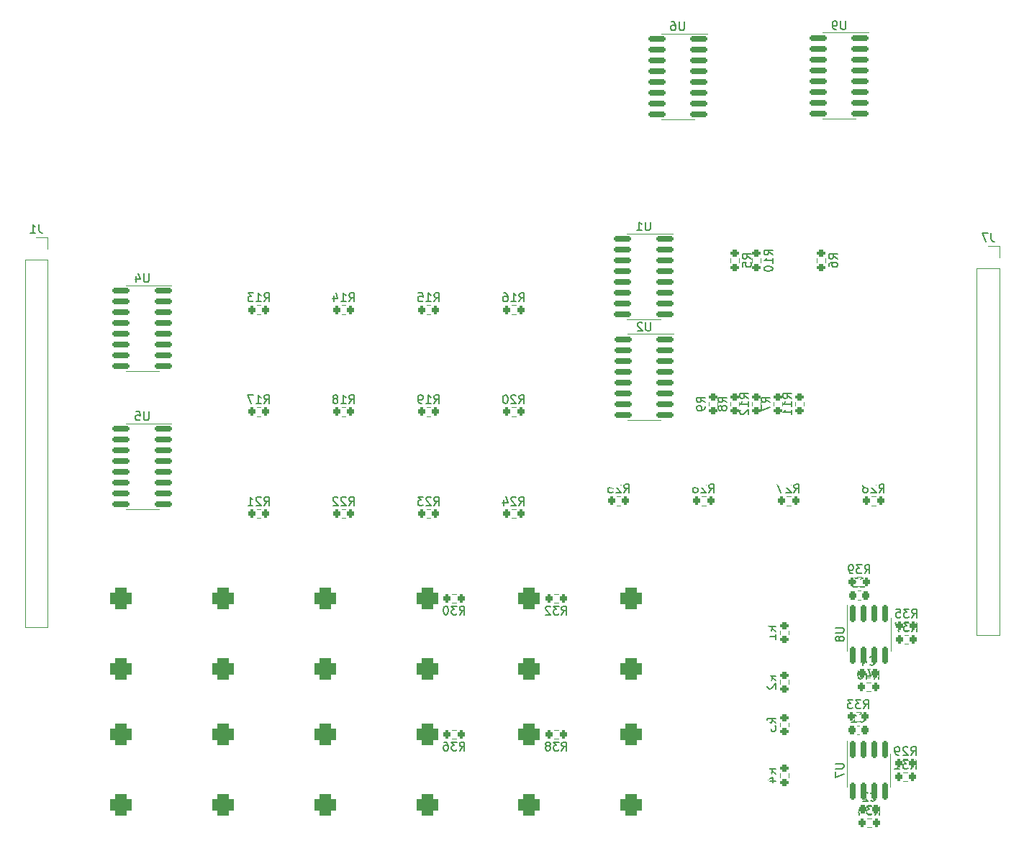
<source format=gbr>
%TF.GenerationSoftware,KiCad,Pcbnew,7.0.2*%
%TF.CreationDate,2023-08-30T17:10:08+01:00*%
%TF.ProjectId,dk2_02_top,646b325f-3032-45f7-946f-702e6b696361,rev?*%
%TF.SameCoordinates,Original*%
%TF.FileFunction,Legend,Bot*%
%TF.FilePolarity,Positive*%
%FSLAX46Y46*%
G04 Gerber Fmt 4.6, Leading zero omitted, Abs format (unit mm)*
G04 Created by KiCad (PCBNEW 7.0.2) date 2023-08-30 17:10:08*
%MOMM*%
%LPD*%
G01*
G04 APERTURE LIST*
G04 Aperture macros list*
%AMRoundRect*
0 Rectangle with rounded corners*
0 $1 Rounding radius*
0 $2 $3 $4 $5 $6 $7 $8 $9 X,Y pos of 4 corners*
0 Add a 4 corners polygon primitive as box body*
4,1,4,$2,$3,$4,$5,$6,$7,$8,$9,$2,$3,0*
0 Add four circle primitives for the rounded corners*
1,1,$1+$1,$2,$3*
1,1,$1+$1,$4,$5*
1,1,$1+$1,$6,$7*
1,1,$1+$1,$8,$9*
0 Add four rect primitives between the rounded corners*
20,1,$1+$1,$2,$3,$4,$5,0*
20,1,$1+$1,$4,$5,$6,$7,0*
20,1,$1+$1,$6,$7,$8,$9,0*
20,1,$1+$1,$8,$9,$2,$3,0*%
G04 Aperture macros list end*
%ADD10C,0.150000*%
%ADD11C,0.120000*%
%ADD12C,2.000000*%
%ADD13O,2.720000X3.240000*%
%ADD14R,1.800000X1.800000*%
%ADD15C,1.800000*%
%ADD16O,3.100000X2.300000*%
%ADD17RoundRect,0.650000X-0.650000X-0.650000X0.650000X-0.650000X0.650000X0.650000X-0.650000X0.650000X0*%
%ADD18C,3.200000*%
%ADD19R,1.500000X1.500000*%
%ADD20C,1.500000*%
%ADD21C,1.050000*%
%ADD22R,1.350000X1.350000*%
%ADD23O,3.048000X1.850000*%
%ADD24RoundRect,0.200000X0.200000X0.275000X-0.200000X0.275000X-0.200000X-0.275000X0.200000X-0.275000X0*%
%ADD25RoundRect,0.200000X-0.275000X0.200000X-0.275000X-0.200000X0.275000X-0.200000X0.275000X0.200000X0*%
%ADD26R,1.700000X1.700000*%
%ADD27O,1.700000X1.700000*%
%ADD28RoundRect,0.200000X0.275000X-0.200000X0.275000X0.200000X-0.275000X0.200000X-0.275000X-0.200000X0*%
%ADD29RoundRect,0.150000X0.825000X0.150000X-0.825000X0.150000X-0.825000X-0.150000X0.825000X-0.150000X0*%
%ADD30RoundRect,0.200000X-0.200000X-0.275000X0.200000X-0.275000X0.200000X0.275000X-0.200000X0.275000X0*%
%ADD31RoundRect,0.225000X0.225000X0.250000X-0.225000X0.250000X-0.225000X-0.250000X0.225000X-0.250000X0*%
%ADD32RoundRect,0.150000X-0.150000X0.825000X-0.150000X-0.825000X0.150000X-0.825000X0.150000X0.825000X0*%
G04 APERTURE END LIST*
D10*
%TO.C,R27*%
X163167857Y-106532619D02*
X163501190Y-106056428D01*
X163739285Y-106532619D02*
X163739285Y-105532619D01*
X163739285Y-105532619D02*
X163358333Y-105532619D01*
X163358333Y-105532619D02*
X163263095Y-105580238D01*
X163263095Y-105580238D02*
X163215476Y-105627857D01*
X163215476Y-105627857D02*
X163167857Y-105723095D01*
X163167857Y-105723095D02*
X163167857Y-105865952D01*
X163167857Y-105865952D02*
X163215476Y-105961190D01*
X163215476Y-105961190D02*
X163263095Y-106008809D01*
X163263095Y-106008809D02*
X163358333Y-106056428D01*
X163358333Y-106056428D02*
X163739285Y-106056428D01*
X162786904Y-105627857D02*
X162739285Y-105580238D01*
X162739285Y-105580238D02*
X162644047Y-105532619D01*
X162644047Y-105532619D02*
X162405952Y-105532619D01*
X162405952Y-105532619D02*
X162310714Y-105580238D01*
X162310714Y-105580238D02*
X162263095Y-105627857D01*
X162263095Y-105627857D02*
X162215476Y-105723095D01*
X162215476Y-105723095D02*
X162215476Y-105818333D01*
X162215476Y-105818333D02*
X162263095Y-105961190D01*
X162263095Y-105961190D02*
X162834523Y-106532619D01*
X162834523Y-106532619D02*
X162215476Y-106532619D01*
X161882142Y-105532619D02*
X161215476Y-105532619D01*
X161215476Y-105532619D02*
X161644047Y-106532619D01*
%TO.C,R29*%
X176917857Y-137432619D02*
X177251190Y-136956428D01*
X177489285Y-137432619D02*
X177489285Y-136432619D01*
X177489285Y-136432619D02*
X177108333Y-136432619D01*
X177108333Y-136432619D02*
X177013095Y-136480238D01*
X177013095Y-136480238D02*
X176965476Y-136527857D01*
X176965476Y-136527857D02*
X176917857Y-136623095D01*
X176917857Y-136623095D02*
X176917857Y-136765952D01*
X176917857Y-136765952D02*
X176965476Y-136861190D01*
X176965476Y-136861190D02*
X177013095Y-136908809D01*
X177013095Y-136908809D02*
X177108333Y-136956428D01*
X177108333Y-136956428D02*
X177489285Y-136956428D01*
X176536904Y-136527857D02*
X176489285Y-136480238D01*
X176489285Y-136480238D02*
X176394047Y-136432619D01*
X176394047Y-136432619D02*
X176155952Y-136432619D01*
X176155952Y-136432619D02*
X176060714Y-136480238D01*
X176060714Y-136480238D02*
X176013095Y-136527857D01*
X176013095Y-136527857D02*
X175965476Y-136623095D01*
X175965476Y-136623095D02*
X175965476Y-136718333D01*
X175965476Y-136718333D02*
X176013095Y-136861190D01*
X176013095Y-136861190D02*
X176584523Y-137432619D01*
X176584523Y-137432619D02*
X175965476Y-137432619D01*
X175489285Y-137432619D02*
X175298809Y-137432619D01*
X175298809Y-137432619D02*
X175203571Y-137385000D01*
X175203571Y-137385000D02*
X175155952Y-137337380D01*
X175155952Y-137337380D02*
X175060714Y-137194523D01*
X175060714Y-137194523D02*
X175013095Y-137004047D01*
X175013095Y-137004047D02*
X175013095Y-136623095D01*
X175013095Y-136623095D02*
X175060714Y-136527857D01*
X175060714Y-136527857D02*
X175108333Y-136480238D01*
X175108333Y-136480238D02*
X175203571Y-136432619D01*
X175203571Y-136432619D02*
X175394047Y-136432619D01*
X175394047Y-136432619D02*
X175489285Y-136480238D01*
X175489285Y-136480238D02*
X175536904Y-136527857D01*
X175536904Y-136527857D02*
X175584523Y-136623095D01*
X175584523Y-136623095D02*
X175584523Y-136861190D01*
X175584523Y-136861190D02*
X175536904Y-136956428D01*
X175536904Y-136956428D02*
X175489285Y-137004047D01*
X175489285Y-137004047D02*
X175394047Y-137051666D01*
X175394047Y-137051666D02*
X175203571Y-137051666D01*
X175203571Y-137051666D02*
X175108333Y-137004047D01*
X175108333Y-137004047D02*
X175060714Y-136956428D01*
X175060714Y-136956428D02*
X175013095Y-136861190D01*
%TO.C,R1*%
X161032619Y-122833333D02*
X160556428Y-122500000D01*
X161032619Y-122261905D02*
X160032619Y-122261905D01*
X160032619Y-122261905D02*
X160032619Y-122642857D01*
X160032619Y-122642857D02*
X160080238Y-122738095D01*
X160080238Y-122738095D02*
X160127857Y-122785714D01*
X160127857Y-122785714D02*
X160223095Y-122833333D01*
X160223095Y-122833333D02*
X160365952Y-122833333D01*
X160365952Y-122833333D02*
X160461190Y-122785714D01*
X160461190Y-122785714D02*
X160508809Y-122738095D01*
X160508809Y-122738095D02*
X160556428Y-122642857D01*
X160556428Y-122642857D02*
X160556428Y-122261905D01*
X161032619Y-123785714D02*
X161032619Y-123214286D01*
X161032619Y-123500000D02*
X160032619Y-123500000D01*
X160032619Y-123500000D02*
X160175476Y-123404762D01*
X160175476Y-123404762D02*
X160270714Y-123309524D01*
X160270714Y-123309524D02*
X160318333Y-123214286D01*
%TO.C,R17*%
X100817857Y-96032619D02*
X101151190Y-95556428D01*
X101389285Y-96032619D02*
X101389285Y-95032619D01*
X101389285Y-95032619D02*
X101008333Y-95032619D01*
X101008333Y-95032619D02*
X100913095Y-95080238D01*
X100913095Y-95080238D02*
X100865476Y-95127857D01*
X100865476Y-95127857D02*
X100817857Y-95223095D01*
X100817857Y-95223095D02*
X100817857Y-95365952D01*
X100817857Y-95365952D02*
X100865476Y-95461190D01*
X100865476Y-95461190D02*
X100913095Y-95508809D01*
X100913095Y-95508809D02*
X101008333Y-95556428D01*
X101008333Y-95556428D02*
X101389285Y-95556428D01*
X99865476Y-96032619D02*
X100436904Y-96032619D01*
X100151190Y-96032619D02*
X100151190Y-95032619D01*
X100151190Y-95032619D02*
X100246428Y-95175476D01*
X100246428Y-95175476D02*
X100341666Y-95270714D01*
X100341666Y-95270714D02*
X100436904Y-95318333D01*
X99532142Y-95032619D02*
X98865476Y-95032619D01*
X98865476Y-95032619D02*
X99294047Y-96032619D01*
%TO.C,R18*%
X110817857Y-96032619D02*
X111151190Y-95556428D01*
X111389285Y-96032619D02*
X111389285Y-95032619D01*
X111389285Y-95032619D02*
X111008333Y-95032619D01*
X111008333Y-95032619D02*
X110913095Y-95080238D01*
X110913095Y-95080238D02*
X110865476Y-95127857D01*
X110865476Y-95127857D02*
X110817857Y-95223095D01*
X110817857Y-95223095D02*
X110817857Y-95365952D01*
X110817857Y-95365952D02*
X110865476Y-95461190D01*
X110865476Y-95461190D02*
X110913095Y-95508809D01*
X110913095Y-95508809D02*
X111008333Y-95556428D01*
X111008333Y-95556428D02*
X111389285Y-95556428D01*
X109865476Y-96032619D02*
X110436904Y-96032619D01*
X110151190Y-96032619D02*
X110151190Y-95032619D01*
X110151190Y-95032619D02*
X110246428Y-95175476D01*
X110246428Y-95175476D02*
X110341666Y-95270714D01*
X110341666Y-95270714D02*
X110436904Y-95318333D01*
X109294047Y-95461190D02*
X109389285Y-95413571D01*
X109389285Y-95413571D02*
X109436904Y-95365952D01*
X109436904Y-95365952D02*
X109484523Y-95270714D01*
X109484523Y-95270714D02*
X109484523Y-95223095D01*
X109484523Y-95223095D02*
X109436904Y-95127857D01*
X109436904Y-95127857D02*
X109389285Y-95080238D01*
X109389285Y-95080238D02*
X109294047Y-95032619D01*
X109294047Y-95032619D02*
X109103571Y-95032619D01*
X109103571Y-95032619D02*
X109008333Y-95080238D01*
X109008333Y-95080238D02*
X108960714Y-95127857D01*
X108960714Y-95127857D02*
X108913095Y-95223095D01*
X108913095Y-95223095D02*
X108913095Y-95270714D01*
X108913095Y-95270714D02*
X108960714Y-95365952D01*
X108960714Y-95365952D02*
X109008333Y-95413571D01*
X109008333Y-95413571D02*
X109103571Y-95461190D01*
X109103571Y-95461190D02*
X109294047Y-95461190D01*
X109294047Y-95461190D02*
X109389285Y-95508809D01*
X109389285Y-95508809D02*
X109436904Y-95556428D01*
X109436904Y-95556428D02*
X109484523Y-95651666D01*
X109484523Y-95651666D02*
X109484523Y-95842142D01*
X109484523Y-95842142D02*
X109436904Y-95937380D01*
X109436904Y-95937380D02*
X109389285Y-95985000D01*
X109389285Y-95985000D02*
X109294047Y-96032619D01*
X109294047Y-96032619D02*
X109103571Y-96032619D01*
X109103571Y-96032619D02*
X109008333Y-95985000D01*
X109008333Y-95985000D02*
X108960714Y-95937380D01*
X108960714Y-95937380D02*
X108913095Y-95842142D01*
X108913095Y-95842142D02*
X108913095Y-95651666D01*
X108913095Y-95651666D02*
X108960714Y-95556428D01*
X108960714Y-95556428D02*
X109008333Y-95508809D01*
X109008333Y-95508809D02*
X109103571Y-95461190D01*
%TO.C,J1*%
X74333333Y-74952619D02*
X74333333Y-75666904D01*
X74333333Y-75666904D02*
X74380952Y-75809761D01*
X74380952Y-75809761D02*
X74476190Y-75905000D01*
X74476190Y-75905000D02*
X74619047Y-75952619D01*
X74619047Y-75952619D02*
X74714285Y-75952619D01*
X73333333Y-75952619D02*
X73904761Y-75952619D01*
X73619047Y-75952619D02*
X73619047Y-74952619D01*
X73619047Y-74952619D02*
X73714285Y-75095476D01*
X73714285Y-75095476D02*
X73809523Y-75190714D01*
X73809523Y-75190714D02*
X73904761Y-75238333D01*
%TO.C,R8*%
X155242619Y-95908333D02*
X154766428Y-95575000D01*
X155242619Y-95336905D02*
X154242619Y-95336905D01*
X154242619Y-95336905D02*
X154242619Y-95717857D01*
X154242619Y-95717857D02*
X154290238Y-95813095D01*
X154290238Y-95813095D02*
X154337857Y-95860714D01*
X154337857Y-95860714D02*
X154433095Y-95908333D01*
X154433095Y-95908333D02*
X154575952Y-95908333D01*
X154575952Y-95908333D02*
X154671190Y-95860714D01*
X154671190Y-95860714D02*
X154718809Y-95813095D01*
X154718809Y-95813095D02*
X154766428Y-95717857D01*
X154766428Y-95717857D02*
X154766428Y-95336905D01*
X154671190Y-96479762D02*
X154623571Y-96384524D01*
X154623571Y-96384524D02*
X154575952Y-96336905D01*
X154575952Y-96336905D02*
X154480714Y-96289286D01*
X154480714Y-96289286D02*
X154433095Y-96289286D01*
X154433095Y-96289286D02*
X154337857Y-96336905D01*
X154337857Y-96336905D02*
X154290238Y-96384524D01*
X154290238Y-96384524D02*
X154242619Y-96479762D01*
X154242619Y-96479762D02*
X154242619Y-96670238D01*
X154242619Y-96670238D02*
X154290238Y-96765476D01*
X154290238Y-96765476D02*
X154337857Y-96813095D01*
X154337857Y-96813095D02*
X154433095Y-96860714D01*
X154433095Y-96860714D02*
X154480714Y-96860714D01*
X154480714Y-96860714D02*
X154575952Y-96813095D01*
X154575952Y-96813095D02*
X154623571Y-96765476D01*
X154623571Y-96765476D02*
X154671190Y-96670238D01*
X154671190Y-96670238D02*
X154671190Y-96479762D01*
X154671190Y-96479762D02*
X154718809Y-96384524D01*
X154718809Y-96384524D02*
X154766428Y-96336905D01*
X154766428Y-96336905D02*
X154861666Y-96289286D01*
X154861666Y-96289286D02*
X155052142Y-96289286D01*
X155052142Y-96289286D02*
X155147380Y-96336905D01*
X155147380Y-96336905D02*
X155195000Y-96384524D01*
X155195000Y-96384524D02*
X155242619Y-96479762D01*
X155242619Y-96479762D02*
X155242619Y-96670238D01*
X155242619Y-96670238D02*
X155195000Y-96765476D01*
X155195000Y-96765476D02*
X155147380Y-96813095D01*
X155147380Y-96813095D02*
X155052142Y-96860714D01*
X155052142Y-96860714D02*
X154861666Y-96860714D01*
X154861666Y-96860714D02*
X154766428Y-96813095D01*
X154766428Y-96813095D02*
X154718809Y-96765476D01*
X154718809Y-96765476D02*
X154671190Y-96670238D01*
%TO.C,R13*%
X100817857Y-84032619D02*
X101151190Y-83556428D01*
X101389285Y-84032619D02*
X101389285Y-83032619D01*
X101389285Y-83032619D02*
X101008333Y-83032619D01*
X101008333Y-83032619D02*
X100913095Y-83080238D01*
X100913095Y-83080238D02*
X100865476Y-83127857D01*
X100865476Y-83127857D02*
X100817857Y-83223095D01*
X100817857Y-83223095D02*
X100817857Y-83365952D01*
X100817857Y-83365952D02*
X100865476Y-83461190D01*
X100865476Y-83461190D02*
X100913095Y-83508809D01*
X100913095Y-83508809D02*
X101008333Y-83556428D01*
X101008333Y-83556428D02*
X101389285Y-83556428D01*
X99865476Y-84032619D02*
X100436904Y-84032619D01*
X100151190Y-84032619D02*
X100151190Y-83032619D01*
X100151190Y-83032619D02*
X100246428Y-83175476D01*
X100246428Y-83175476D02*
X100341666Y-83270714D01*
X100341666Y-83270714D02*
X100436904Y-83318333D01*
X99532142Y-83032619D02*
X98913095Y-83032619D01*
X98913095Y-83032619D02*
X99246428Y-83413571D01*
X99246428Y-83413571D02*
X99103571Y-83413571D01*
X99103571Y-83413571D02*
X99008333Y-83461190D01*
X99008333Y-83461190D02*
X98960714Y-83508809D01*
X98960714Y-83508809D02*
X98913095Y-83604047D01*
X98913095Y-83604047D02*
X98913095Y-83842142D01*
X98913095Y-83842142D02*
X98960714Y-83937380D01*
X98960714Y-83937380D02*
X99008333Y-83985000D01*
X99008333Y-83985000D02*
X99103571Y-84032619D01*
X99103571Y-84032619D02*
X99389285Y-84032619D01*
X99389285Y-84032619D02*
X99484523Y-83985000D01*
X99484523Y-83985000D02*
X99532142Y-83937380D01*
%TO.C,R35*%
X177017857Y-121232619D02*
X177351190Y-120756428D01*
X177589285Y-121232619D02*
X177589285Y-120232619D01*
X177589285Y-120232619D02*
X177208333Y-120232619D01*
X177208333Y-120232619D02*
X177113095Y-120280238D01*
X177113095Y-120280238D02*
X177065476Y-120327857D01*
X177065476Y-120327857D02*
X177017857Y-120423095D01*
X177017857Y-120423095D02*
X177017857Y-120565952D01*
X177017857Y-120565952D02*
X177065476Y-120661190D01*
X177065476Y-120661190D02*
X177113095Y-120708809D01*
X177113095Y-120708809D02*
X177208333Y-120756428D01*
X177208333Y-120756428D02*
X177589285Y-120756428D01*
X176684523Y-120232619D02*
X176065476Y-120232619D01*
X176065476Y-120232619D02*
X176398809Y-120613571D01*
X176398809Y-120613571D02*
X176255952Y-120613571D01*
X176255952Y-120613571D02*
X176160714Y-120661190D01*
X176160714Y-120661190D02*
X176113095Y-120708809D01*
X176113095Y-120708809D02*
X176065476Y-120804047D01*
X176065476Y-120804047D02*
X176065476Y-121042142D01*
X176065476Y-121042142D02*
X176113095Y-121137380D01*
X176113095Y-121137380D02*
X176160714Y-121185000D01*
X176160714Y-121185000D02*
X176255952Y-121232619D01*
X176255952Y-121232619D02*
X176541666Y-121232619D01*
X176541666Y-121232619D02*
X176636904Y-121185000D01*
X176636904Y-121185000D02*
X176684523Y-121137380D01*
X175160714Y-120232619D02*
X175636904Y-120232619D01*
X175636904Y-120232619D02*
X175684523Y-120708809D01*
X175684523Y-120708809D02*
X175636904Y-120661190D01*
X175636904Y-120661190D02*
X175541666Y-120613571D01*
X175541666Y-120613571D02*
X175303571Y-120613571D01*
X175303571Y-120613571D02*
X175208333Y-120661190D01*
X175208333Y-120661190D02*
X175160714Y-120708809D01*
X175160714Y-120708809D02*
X175113095Y-120804047D01*
X175113095Y-120804047D02*
X175113095Y-121042142D01*
X175113095Y-121042142D02*
X175160714Y-121137380D01*
X175160714Y-121137380D02*
X175208333Y-121185000D01*
X175208333Y-121185000D02*
X175303571Y-121232619D01*
X175303571Y-121232619D02*
X175541666Y-121232619D01*
X175541666Y-121232619D02*
X175636904Y-121185000D01*
X175636904Y-121185000D02*
X175684523Y-121137380D01*
%TO.C,R6*%
X168262619Y-79018333D02*
X167786428Y-78685000D01*
X168262619Y-78446905D02*
X167262619Y-78446905D01*
X167262619Y-78446905D02*
X167262619Y-78827857D01*
X167262619Y-78827857D02*
X167310238Y-78923095D01*
X167310238Y-78923095D02*
X167357857Y-78970714D01*
X167357857Y-78970714D02*
X167453095Y-79018333D01*
X167453095Y-79018333D02*
X167595952Y-79018333D01*
X167595952Y-79018333D02*
X167691190Y-78970714D01*
X167691190Y-78970714D02*
X167738809Y-78923095D01*
X167738809Y-78923095D02*
X167786428Y-78827857D01*
X167786428Y-78827857D02*
X167786428Y-78446905D01*
X167262619Y-79875476D02*
X167262619Y-79685000D01*
X167262619Y-79685000D02*
X167310238Y-79589762D01*
X167310238Y-79589762D02*
X167357857Y-79542143D01*
X167357857Y-79542143D02*
X167500714Y-79446905D01*
X167500714Y-79446905D02*
X167691190Y-79399286D01*
X167691190Y-79399286D02*
X168072142Y-79399286D01*
X168072142Y-79399286D02*
X168167380Y-79446905D01*
X168167380Y-79446905D02*
X168215000Y-79494524D01*
X168215000Y-79494524D02*
X168262619Y-79589762D01*
X168262619Y-79589762D02*
X168262619Y-79780238D01*
X168262619Y-79780238D02*
X168215000Y-79875476D01*
X168215000Y-79875476D02*
X168167380Y-79923095D01*
X168167380Y-79923095D02*
X168072142Y-79970714D01*
X168072142Y-79970714D02*
X167834047Y-79970714D01*
X167834047Y-79970714D02*
X167738809Y-79923095D01*
X167738809Y-79923095D02*
X167691190Y-79875476D01*
X167691190Y-79875476D02*
X167643571Y-79780238D01*
X167643571Y-79780238D02*
X167643571Y-79589762D01*
X167643571Y-79589762D02*
X167691190Y-79494524D01*
X167691190Y-79494524D02*
X167738809Y-79446905D01*
X167738809Y-79446905D02*
X167834047Y-79399286D01*
%TO.C,J7*%
X186333333Y-75952619D02*
X186333333Y-76666904D01*
X186333333Y-76666904D02*
X186380952Y-76809761D01*
X186380952Y-76809761D02*
X186476190Y-76905000D01*
X186476190Y-76905000D02*
X186619047Y-76952619D01*
X186619047Y-76952619D02*
X186714285Y-76952619D01*
X185952380Y-75952619D02*
X185285714Y-75952619D01*
X185285714Y-75952619D02*
X185714285Y-76952619D01*
%TO.C,R9*%
X152702619Y-95908333D02*
X152226428Y-95575000D01*
X152702619Y-95336905D02*
X151702619Y-95336905D01*
X151702619Y-95336905D02*
X151702619Y-95717857D01*
X151702619Y-95717857D02*
X151750238Y-95813095D01*
X151750238Y-95813095D02*
X151797857Y-95860714D01*
X151797857Y-95860714D02*
X151893095Y-95908333D01*
X151893095Y-95908333D02*
X152035952Y-95908333D01*
X152035952Y-95908333D02*
X152131190Y-95860714D01*
X152131190Y-95860714D02*
X152178809Y-95813095D01*
X152178809Y-95813095D02*
X152226428Y-95717857D01*
X152226428Y-95717857D02*
X152226428Y-95336905D01*
X152702619Y-96384524D02*
X152702619Y-96575000D01*
X152702619Y-96575000D02*
X152655000Y-96670238D01*
X152655000Y-96670238D02*
X152607380Y-96717857D01*
X152607380Y-96717857D02*
X152464523Y-96813095D01*
X152464523Y-96813095D02*
X152274047Y-96860714D01*
X152274047Y-96860714D02*
X151893095Y-96860714D01*
X151893095Y-96860714D02*
X151797857Y-96813095D01*
X151797857Y-96813095D02*
X151750238Y-96765476D01*
X151750238Y-96765476D02*
X151702619Y-96670238D01*
X151702619Y-96670238D02*
X151702619Y-96479762D01*
X151702619Y-96479762D02*
X151750238Y-96384524D01*
X151750238Y-96384524D02*
X151797857Y-96336905D01*
X151797857Y-96336905D02*
X151893095Y-96289286D01*
X151893095Y-96289286D02*
X152131190Y-96289286D01*
X152131190Y-96289286D02*
X152226428Y-96336905D01*
X152226428Y-96336905D02*
X152274047Y-96384524D01*
X152274047Y-96384524D02*
X152321666Y-96479762D01*
X152321666Y-96479762D02*
X152321666Y-96670238D01*
X152321666Y-96670238D02*
X152274047Y-96765476D01*
X152274047Y-96765476D02*
X152226428Y-96813095D01*
X152226428Y-96813095D02*
X152131190Y-96860714D01*
%TO.C,R26*%
X153167857Y-106532619D02*
X153501190Y-106056428D01*
X153739285Y-106532619D02*
X153739285Y-105532619D01*
X153739285Y-105532619D02*
X153358333Y-105532619D01*
X153358333Y-105532619D02*
X153263095Y-105580238D01*
X153263095Y-105580238D02*
X153215476Y-105627857D01*
X153215476Y-105627857D02*
X153167857Y-105723095D01*
X153167857Y-105723095D02*
X153167857Y-105865952D01*
X153167857Y-105865952D02*
X153215476Y-105961190D01*
X153215476Y-105961190D02*
X153263095Y-106008809D01*
X153263095Y-106008809D02*
X153358333Y-106056428D01*
X153358333Y-106056428D02*
X153739285Y-106056428D01*
X152786904Y-105627857D02*
X152739285Y-105580238D01*
X152739285Y-105580238D02*
X152644047Y-105532619D01*
X152644047Y-105532619D02*
X152405952Y-105532619D01*
X152405952Y-105532619D02*
X152310714Y-105580238D01*
X152310714Y-105580238D02*
X152263095Y-105627857D01*
X152263095Y-105627857D02*
X152215476Y-105723095D01*
X152215476Y-105723095D02*
X152215476Y-105818333D01*
X152215476Y-105818333D02*
X152263095Y-105961190D01*
X152263095Y-105961190D02*
X152834523Y-106532619D01*
X152834523Y-106532619D02*
X152215476Y-106532619D01*
X151358333Y-105532619D02*
X151548809Y-105532619D01*
X151548809Y-105532619D02*
X151644047Y-105580238D01*
X151644047Y-105580238D02*
X151691666Y-105627857D01*
X151691666Y-105627857D02*
X151786904Y-105770714D01*
X151786904Y-105770714D02*
X151834523Y-105961190D01*
X151834523Y-105961190D02*
X151834523Y-106342142D01*
X151834523Y-106342142D02*
X151786904Y-106437380D01*
X151786904Y-106437380D02*
X151739285Y-106485000D01*
X151739285Y-106485000D02*
X151644047Y-106532619D01*
X151644047Y-106532619D02*
X151453571Y-106532619D01*
X151453571Y-106532619D02*
X151358333Y-106485000D01*
X151358333Y-106485000D02*
X151310714Y-106437380D01*
X151310714Y-106437380D02*
X151263095Y-106342142D01*
X151263095Y-106342142D02*
X151263095Y-106104047D01*
X151263095Y-106104047D02*
X151310714Y-106008809D01*
X151310714Y-106008809D02*
X151358333Y-105961190D01*
X151358333Y-105961190D02*
X151453571Y-105913571D01*
X151453571Y-105913571D02*
X151644047Y-105913571D01*
X151644047Y-105913571D02*
X151739285Y-105961190D01*
X151739285Y-105961190D02*
X151786904Y-106008809D01*
X151786904Y-106008809D02*
X151834523Y-106104047D01*
%TO.C,U6*%
X150236904Y-51117619D02*
X150236904Y-51927142D01*
X150236904Y-51927142D02*
X150189285Y-52022380D01*
X150189285Y-52022380D02*
X150141666Y-52070000D01*
X150141666Y-52070000D02*
X150046428Y-52117619D01*
X150046428Y-52117619D02*
X149855952Y-52117619D01*
X149855952Y-52117619D02*
X149760714Y-52070000D01*
X149760714Y-52070000D02*
X149713095Y-52022380D01*
X149713095Y-52022380D02*
X149665476Y-51927142D01*
X149665476Y-51927142D02*
X149665476Y-51117619D01*
X148760714Y-51117619D02*
X148951190Y-51117619D01*
X148951190Y-51117619D02*
X149046428Y-51165238D01*
X149046428Y-51165238D02*
X149094047Y-51212857D01*
X149094047Y-51212857D02*
X149189285Y-51355714D01*
X149189285Y-51355714D02*
X149236904Y-51546190D01*
X149236904Y-51546190D02*
X149236904Y-51927142D01*
X149236904Y-51927142D02*
X149189285Y-52022380D01*
X149189285Y-52022380D02*
X149141666Y-52070000D01*
X149141666Y-52070000D02*
X149046428Y-52117619D01*
X149046428Y-52117619D02*
X148855952Y-52117619D01*
X148855952Y-52117619D02*
X148760714Y-52070000D01*
X148760714Y-52070000D02*
X148713095Y-52022380D01*
X148713095Y-52022380D02*
X148665476Y-51927142D01*
X148665476Y-51927142D02*
X148665476Y-51689047D01*
X148665476Y-51689047D02*
X148713095Y-51593809D01*
X148713095Y-51593809D02*
X148760714Y-51546190D01*
X148760714Y-51546190D02*
X148855952Y-51498571D01*
X148855952Y-51498571D02*
X149046428Y-51498571D01*
X149046428Y-51498571D02*
X149141666Y-51546190D01*
X149141666Y-51546190D02*
X149189285Y-51593809D01*
X149189285Y-51593809D02*
X149236904Y-51689047D01*
%TO.C,R5*%
X158102619Y-79018333D02*
X157626428Y-78685000D01*
X158102619Y-78446905D02*
X157102619Y-78446905D01*
X157102619Y-78446905D02*
X157102619Y-78827857D01*
X157102619Y-78827857D02*
X157150238Y-78923095D01*
X157150238Y-78923095D02*
X157197857Y-78970714D01*
X157197857Y-78970714D02*
X157293095Y-79018333D01*
X157293095Y-79018333D02*
X157435952Y-79018333D01*
X157435952Y-79018333D02*
X157531190Y-78970714D01*
X157531190Y-78970714D02*
X157578809Y-78923095D01*
X157578809Y-78923095D02*
X157626428Y-78827857D01*
X157626428Y-78827857D02*
X157626428Y-78446905D01*
X157102619Y-79923095D02*
X157102619Y-79446905D01*
X157102619Y-79446905D02*
X157578809Y-79399286D01*
X157578809Y-79399286D02*
X157531190Y-79446905D01*
X157531190Y-79446905D02*
X157483571Y-79542143D01*
X157483571Y-79542143D02*
X157483571Y-79780238D01*
X157483571Y-79780238D02*
X157531190Y-79875476D01*
X157531190Y-79875476D02*
X157578809Y-79923095D01*
X157578809Y-79923095D02*
X157674047Y-79970714D01*
X157674047Y-79970714D02*
X157912142Y-79970714D01*
X157912142Y-79970714D02*
X158007380Y-79923095D01*
X158007380Y-79923095D02*
X158055000Y-79875476D01*
X158055000Y-79875476D02*
X158102619Y-79780238D01*
X158102619Y-79780238D02*
X158102619Y-79542143D01*
X158102619Y-79542143D02*
X158055000Y-79446905D01*
X158055000Y-79446905D02*
X158007380Y-79399286D01*
%TO.C,U1*%
X146236904Y-74657619D02*
X146236904Y-75467142D01*
X146236904Y-75467142D02*
X146189285Y-75562380D01*
X146189285Y-75562380D02*
X146141666Y-75610000D01*
X146141666Y-75610000D02*
X146046428Y-75657619D01*
X146046428Y-75657619D02*
X145855952Y-75657619D01*
X145855952Y-75657619D02*
X145760714Y-75610000D01*
X145760714Y-75610000D02*
X145713095Y-75562380D01*
X145713095Y-75562380D02*
X145665476Y-75467142D01*
X145665476Y-75467142D02*
X145665476Y-74657619D01*
X144665476Y-75657619D02*
X145236904Y-75657619D01*
X144951190Y-75657619D02*
X144951190Y-74657619D01*
X144951190Y-74657619D02*
X145046428Y-74800476D01*
X145046428Y-74800476D02*
X145141666Y-74895714D01*
X145141666Y-74895714D02*
X145236904Y-74943333D01*
%TO.C,R30*%
X123817857Y-120892619D02*
X124151190Y-120416428D01*
X124389285Y-120892619D02*
X124389285Y-119892619D01*
X124389285Y-119892619D02*
X124008333Y-119892619D01*
X124008333Y-119892619D02*
X123913095Y-119940238D01*
X123913095Y-119940238D02*
X123865476Y-119987857D01*
X123865476Y-119987857D02*
X123817857Y-120083095D01*
X123817857Y-120083095D02*
X123817857Y-120225952D01*
X123817857Y-120225952D02*
X123865476Y-120321190D01*
X123865476Y-120321190D02*
X123913095Y-120368809D01*
X123913095Y-120368809D02*
X124008333Y-120416428D01*
X124008333Y-120416428D02*
X124389285Y-120416428D01*
X123484523Y-119892619D02*
X122865476Y-119892619D01*
X122865476Y-119892619D02*
X123198809Y-120273571D01*
X123198809Y-120273571D02*
X123055952Y-120273571D01*
X123055952Y-120273571D02*
X122960714Y-120321190D01*
X122960714Y-120321190D02*
X122913095Y-120368809D01*
X122913095Y-120368809D02*
X122865476Y-120464047D01*
X122865476Y-120464047D02*
X122865476Y-120702142D01*
X122865476Y-120702142D02*
X122913095Y-120797380D01*
X122913095Y-120797380D02*
X122960714Y-120845000D01*
X122960714Y-120845000D02*
X123055952Y-120892619D01*
X123055952Y-120892619D02*
X123341666Y-120892619D01*
X123341666Y-120892619D02*
X123436904Y-120845000D01*
X123436904Y-120845000D02*
X123484523Y-120797380D01*
X122246428Y-119892619D02*
X122151190Y-119892619D01*
X122151190Y-119892619D02*
X122055952Y-119940238D01*
X122055952Y-119940238D02*
X122008333Y-119987857D01*
X122008333Y-119987857D02*
X121960714Y-120083095D01*
X121960714Y-120083095D02*
X121913095Y-120273571D01*
X121913095Y-120273571D02*
X121913095Y-120511666D01*
X121913095Y-120511666D02*
X121960714Y-120702142D01*
X121960714Y-120702142D02*
X122008333Y-120797380D01*
X122008333Y-120797380D02*
X122055952Y-120845000D01*
X122055952Y-120845000D02*
X122151190Y-120892619D01*
X122151190Y-120892619D02*
X122246428Y-120892619D01*
X122246428Y-120892619D02*
X122341666Y-120845000D01*
X122341666Y-120845000D02*
X122389285Y-120797380D01*
X122389285Y-120797380D02*
X122436904Y-120702142D01*
X122436904Y-120702142D02*
X122484523Y-120511666D01*
X122484523Y-120511666D02*
X122484523Y-120273571D01*
X122484523Y-120273571D02*
X122436904Y-120083095D01*
X122436904Y-120083095D02*
X122389285Y-119987857D01*
X122389285Y-119987857D02*
X122341666Y-119940238D01*
X122341666Y-119940238D02*
X122246428Y-119892619D01*
%TO.C,R36*%
X123817857Y-136892619D02*
X124151190Y-136416428D01*
X124389285Y-136892619D02*
X124389285Y-135892619D01*
X124389285Y-135892619D02*
X124008333Y-135892619D01*
X124008333Y-135892619D02*
X123913095Y-135940238D01*
X123913095Y-135940238D02*
X123865476Y-135987857D01*
X123865476Y-135987857D02*
X123817857Y-136083095D01*
X123817857Y-136083095D02*
X123817857Y-136225952D01*
X123817857Y-136225952D02*
X123865476Y-136321190D01*
X123865476Y-136321190D02*
X123913095Y-136368809D01*
X123913095Y-136368809D02*
X124008333Y-136416428D01*
X124008333Y-136416428D02*
X124389285Y-136416428D01*
X123484523Y-135892619D02*
X122865476Y-135892619D01*
X122865476Y-135892619D02*
X123198809Y-136273571D01*
X123198809Y-136273571D02*
X123055952Y-136273571D01*
X123055952Y-136273571D02*
X122960714Y-136321190D01*
X122960714Y-136321190D02*
X122913095Y-136368809D01*
X122913095Y-136368809D02*
X122865476Y-136464047D01*
X122865476Y-136464047D02*
X122865476Y-136702142D01*
X122865476Y-136702142D02*
X122913095Y-136797380D01*
X122913095Y-136797380D02*
X122960714Y-136845000D01*
X122960714Y-136845000D02*
X123055952Y-136892619D01*
X123055952Y-136892619D02*
X123341666Y-136892619D01*
X123341666Y-136892619D02*
X123436904Y-136845000D01*
X123436904Y-136845000D02*
X123484523Y-136797380D01*
X122008333Y-135892619D02*
X122198809Y-135892619D01*
X122198809Y-135892619D02*
X122294047Y-135940238D01*
X122294047Y-135940238D02*
X122341666Y-135987857D01*
X122341666Y-135987857D02*
X122436904Y-136130714D01*
X122436904Y-136130714D02*
X122484523Y-136321190D01*
X122484523Y-136321190D02*
X122484523Y-136702142D01*
X122484523Y-136702142D02*
X122436904Y-136797380D01*
X122436904Y-136797380D02*
X122389285Y-136845000D01*
X122389285Y-136845000D02*
X122294047Y-136892619D01*
X122294047Y-136892619D02*
X122103571Y-136892619D01*
X122103571Y-136892619D02*
X122008333Y-136845000D01*
X122008333Y-136845000D02*
X121960714Y-136797380D01*
X121960714Y-136797380D02*
X121913095Y-136702142D01*
X121913095Y-136702142D02*
X121913095Y-136464047D01*
X121913095Y-136464047D02*
X121960714Y-136368809D01*
X121960714Y-136368809D02*
X122008333Y-136321190D01*
X122008333Y-136321190D02*
X122103571Y-136273571D01*
X122103571Y-136273571D02*
X122294047Y-136273571D01*
X122294047Y-136273571D02*
X122389285Y-136321190D01*
X122389285Y-136321190D02*
X122436904Y-136368809D01*
X122436904Y-136368809D02*
X122484523Y-136464047D01*
%TO.C,R20*%
X130817857Y-96032619D02*
X131151190Y-95556428D01*
X131389285Y-96032619D02*
X131389285Y-95032619D01*
X131389285Y-95032619D02*
X131008333Y-95032619D01*
X131008333Y-95032619D02*
X130913095Y-95080238D01*
X130913095Y-95080238D02*
X130865476Y-95127857D01*
X130865476Y-95127857D02*
X130817857Y-95223095D01*
X130817857Y-95223095D02*
X130817857Y-95365952D01*
X130817857Y-95365952D02*
X130865476Y-95461190D01*
X130865476Y-95461190D02*
X130913095Y-95508809D01*
X130913095Y-95508809D02*
X131008333Y-95556428D01*
X131008333Y-95556428D02*
X131389285Y-95556428D01*
X130436904Y-95127857D02*
X130389285Y-95080238D01*
X130389285Y-95080238D02*
X130294047Y-95032619D01*
X130294047Y-95032619D02*
X130055952Y-95032619D01*
X130055952Y-95032619D02*
X129960714Y-95080238D01*
X129960714Y-95080238D02*
X129913095Y-95127857D01*
X129913095Y-95127857D02*
X129865476Y-95223095D01*
X129865476Y-95223095D02*
X129865476Y-95318333D01*
X129865476Y-95318333D02*
X129913095Y-95461190D01*
X129913095Y-95461190D02*
X130484523Y-96032619D01*
X130484523Y-96032619D02*
X129865476Y-96032619D01*
X129246428Y-95032619D02*
X129151190Y-95032619D01*
X129151190Y-95032619D02*
X129055952Y-95080238D01*
X129055952Y-95080238D02*
X129008333Y-95127857D01*
X129008333Y-95127857D02*
X128960714Y-95223095D01*
X128960714Y-95223095D02*
X128913095Y-95413571D01*
X128913095Y-95413571D02*
X128913095Y-95651666D01*
X128913095Y-95651666D02*
X128960714Y-95842142D01*
X128960714Y-95842142D02*
X129008333Y-95937380D01*
X129008333Y-95937380D02*
X129055952Y-95985000D01*
X129055952Y-95985000D02*
X129151190Y-96032619D01*
X129151190Y-96032619D02*
X129246428Y-96032619D01*
X129246428Y-96032619D02*
X129341666Y-95985000D01*
X129341666Y-95985000D02*
X129389285Y-95937380D01*
X129389285Y-95937380D02*
X129436904Y-95842142D01*
X129436904Y-95842142D02*
X129484523Y-95651666D01*
X129484523Y-95651666D02*
X129484523Y-95413571D01*
X129484523Y-95413571D02*
X129436904Y-95223095D01*
X129436904Y-95223095D02*
X129389285Y-95127857D01*
X129389285Y-95127857D02*
X129341666Y-95080238D01*
X129341666Y-95080238D02*
X129246428Y-95032619D01*
%TO.C,R7*%
X160322619Y-95908333D02*
X159846428Y-95575000D01*
X160322619Y-95336905D02*
X159322619Y-95336905D01*
X159322619Y-95336905D02*
X159322619Y-95717857D01*
X159322619Y-95717857D02*
X159370238Y-95813095D01*
X159370238Y-95813095D02*
X159417857Y-95860714D01*
X159417857Y-95860714D02*
X159513095Y-95908333D01*
X159513095Y-95908333D02*
X159655952Y-95908333D01*
X159655952Y-95908333D02*
X159751190Y-95860714D01*
X159751190Y-95860714D02*
X159798809Y-95813095D01*
X159798809Y-95813095D02*
X159846428Y-95717857D01*
X159846428Y-95717857D02*
X159846428Y-95336905D01*
X159322619Y-96241667D02*
X159322619Y-96908333D01*
X159322619Y-96908333D02*
X160322619Y-96479762D01*
%TO.C,R4*%
X161032619Y-139658333D02*
X160556428Y-139325000D01*
X161032619Y-139086905D02*
X160032619Y-139086905D01*
X160032619Y-139086905D02*
X160032619Y-139467857D01*
X160032619Y-139467857D02*
X160080238Y-139563095D01*
X160080238Y-139563095D02*
X160127857Y-139610714D01*
X160127857Y-139610714D02*
X160223095Y-139658333D01*
X160223095Y-139658333D02*
X160365952Y-139658333D01*
X160365952Y-139658333D02*
X160461190Y-139610714D01*
X160461190Y-139610714D02*
X160508809Y-139563095D01*
X160508809Y-139563095D02*
X160556428Y-139467857D01*
X160556428Y-139467857D02*
X160556428Y-139086905D01*
X160365952Y-140515476D02*
X161032619Y-140515476D01*
X159985000Y-140277381D02*
X160699285Y-140039286D01*
X160699285Y-140039286D02*
X160699285Y-140658333D01*
%TO.C,R12*%
X157782619Y-95432142D02*
X157306428Y-95098809D01*
X157782619Y-94860714D02*
X156782619Y-94860714D01*
X156782619Y-94860714D02*
X156782619Y-95241666D01*
X156782619Y-95241666D02*
X156830238Y-95336904D01*
X156830238Y-95336904D02*
X156877857Y-95384523D01*
X156877857Y-95384523D02*
X156973095Y-95432142D01*
X156973095Y-95432142D02*
X157115952Y-95432142D01*
X157115952Y-95432142D02*
X157211190Y-95384523D01*
X157211190Y-95384523D02*
X157258809Y-95336904D01*
X157258809Y-95336904D02*
X157306428Y-95241666D01*
X157306428Y-95241666D02*
X157306428Y-94860714D01*
X157782619Y-96384523D02*
X157782619Y-95813095D01*
X157782619Y-96098809D02*
X156782619Y-96098809D01*
X156782619Y-96098809D02*
X156925476Y-96003571D01*
X156925476Y-96003571D02*
X157020714Y-95908333D01*
X157020714Y-95908333D02*
X157068333Y-95813095D01*
X156877857Y-96765476D02*
X156830238Y-96813095D01*
X156830238Y-96813095D02*
X156782619Y-96908333D01*
X156782619Y-96908333D02*
X156782619Y-97146428D01*
X156782619Y-97146428D02*
X156830238Y-97241666D01*
X156830238Y-97241666D02*
X156877857Y-97289285D01*
X156877857Y-97289285D02*
X156973095Y-97336904D01*
X156973095Y-97336904D02*
X157068333Y-97336904D01*
X157068333Y-97336904D02*
X157211190Y-97289285D01*
X157211190Y-97289285D02*
X157782619Y-96717857D01*
X157782619Y-96717857D02*
X157782619Y-97336904D01*
%TO.C,C4*%
X172091666Y-126737380D02*
X172139285Y-126785000D01*
X172139285Y-126785000D02*
X172282142Y-126832619D01*
X172282142Y-126832619D02*
X172377380Y-126832619D01*
X172377380Y-126832619D02*
X172520237Y-126785000D01*
X172520237Y-126785000D02*
X172615475Y-126689761D01*
X172615475Y-126689761D02*
X172663094Y-126594523D01*
X172663094Y-126594523D02*
X172710713Y-126404047D01*
X172710713Y-126404047D02*
X172710713Y-126261190D01*
X172710713Y-126261190D02*
X172663094Y-126070714D01*
X172663094Y-126070714D02*
X172615475Y-125975476D01*
X172615475Y-125975476D02*
X172520237Y-125880238D01*
X172520237Y-125880238D02*
X172377380Y-125832619D01*
X172377380Y-125832619D02*
X172282142Y-125832619D01*
X172282142Y-125832619D02*
X172139285Y-125880238D01*
X172139285Y-125880238D02*
X172091666Y-125927857D01*
X171234523Y-126165952D02*
X171234523Y-126832619D01*
X171472618Y-125785000D02*
X171710713Y-126499285D01*
X171710713Y-126499285D02*
X171091666Y-126499285D01*
%TO.C,R16*%
X130817857Y-84032619D02*
X131151190Y-83556428D01*
X131389285Y-84032619D02*
X131389285Y-83032619D01*
X131389285Y-83032619D02*
X131008333Y-83032619D01*
X131008333Y-83032619D02*
X130913095Y-83080238D01*
X130913095Y-83080238D02*
X130865476Y-83127857D01*
X130865476Y-83127857D02*
X130817857Y-83223095D01*
X130817857Y-83223095D02*
X130817857Y-83365952D01*
X130817857Y-83365952D02*
X130865476Y-83461190D01*
X130865476Y-83461190D02*
X130913095Y-83508809D01*
X130913095Y-83508809D02*
X131008333Y-83556428D01*
X131008333Y-83556428D02*
X131389285Y-83556428D01*
X129865476Y-84032619D02*
X130436904Y-84032619D01*
X130151190Y-84032619D02*
X130151190Y-83032619D01*
X130151190Y-83032619D02*
X130246428Y-83175476D01*
X130246428Y-83175476D02*
X130341666Y-83270714D01*
X130341666Y-83270714D02*
X130436904Y-83318333D01*
X129008333Y-83032619D02*
X129198809Y-83032619D01*
X129198809Y-83032619D02*
X129294047Y-83080238D01*
X129294047Y-83080238D02*
X129341666Y-83127857D01*
X129341666Y-83127857D02*
X129436904Y-83270714D01*
X129436904Y-83270714D02*
X129484523Y-83461190D01*
X129484523Y-83461190D02*
X129484523Y-83842142D01*
X129484523Y-83842142D02*
X129436904Y-83937380D01*
X129436904Y-83937380D02*
X129389285Y-83985000D01*
X129389285Y-83985000D02*
X129294047Y-84032619D01*
X129294047Y-84032619D02*
X129103571Y-84032619D01*
X129103571Y-84032619D02*
X129008333Y-83985000D01*
X129008333Y-83985000D02*
X128960714Y-83937380D01*
X128960714Y-83937380D02*
X128913095Y-83842142D01*
X128913095Y-83842142D02*
X128913095Y-83604047D01*
X128913095Y-83604047D02*
X128960714Y-83508809D01*
X128960714Y-83508809D02*
X129008333Y-83461190D01*
X129008333Y-83461190D02*
X129103571Y-83413571D01*
X129103571Y-83413571D02*
X129294047Y-83413571D01*
X129294047Y-83413571D02*
X129389285Y-83461190D01*
X129389285Y-83461190D02*
X129436904Y-83508809D01*
X129436904Y-83508809D02*
X129484523Y-83604047D01*
%TO.C,U4*%
X87236904Y-80737619D02*
X87236904Y-81547142D01*
X87236904Y-81547142D02*
X87189285Y-81642380D01*
X87189285Y-81642380D02*
X87141666Y-81690000D01*
X87141666Y-81690000D02*
X87046428Y-81737619D01*
X87046428Y-81737619D02*
X86855952Y-81737619D01*
X86855952Y-81737619D02*
X86760714Y-81690000D01*
X86760714Y-81690000D02*
X86713095Y-81642380D01*
X86713095Y-81642380D02*
X86665476Y-81547142D01*
X86665476Y-81547142D02*
X86665476Y-80737619D01*
X85760714Y-81070952D02*
X85760714Y-81737619D01*
X85998809Y-80690000D02*
X86236904Y-81404285D01*
X86236904Y-81404285D02*
X85617857Y-81404285D01*
%TO.C,R11*%
X162862619Y-95432142D02*
X162386428Y-95098809D01*
X162862619Y-94860714D02*
X161862619Y-94860714D01*
X161862619Y-94860714D02*
X161862619Y-95241666D01*
X161862619Y-95241666D02*
X161910238Y-95336904D01*
X161910238Y-95336904D02*
X161957857Y-95384523D01*
X161957857Y-95384523D02*
X162053095Y-95432142D01*
X162053095Y-95432142D02*
X162195952Y-95432142D01*
X162195952Y-95432142D02*
X162291190Y-95384523D01*
X162291190Y-95384523D02*
X162338809Y-95336904D01*
X162338809Y-95336904D02*
X162386428Y-95241666D01*
X162386428Y-95241666D02*
X162386428Y-94860714D01*
X162862619Y-96384523D02*
X162862619Y-95813095D01*
X162862619Y-96098809D02*
X161862619Y-96098809D01*
X161862619Y-96098809D02*
X162005476Y-96003571D01*
X162005476Y-96003571D02*
X162100714Y-95908333D01*
X162100714Y-95908333D02*
X162148333Y-95813095D01*
X162862619Y-97336904D02*
X162862619Y-96765476D01*
X162862619Y-97051190D02*
X161862619Y-97051190D01*
X161862619Y-97051190D02*
X162005476Y-96955952D01*
X162005476Y-96955952D02*
X162100714Y-96860714D01*
X162100714Y-96860714D02*
X162148333Y-96765476D01*
%TO.C,R22*%
X110817857Y-108032619D02*
X111151190Y-107556428D01*
X111389285Y-108032619D02*
X111389285Y-107032619D01*
X111389285Y-107032619D02*
X111008333Y-107032619D01*
X111008333Y-107032619D02*
X110913095Y-107080238D01*
X110913095Y-107080238D02*
X110865476Y-107127857D01*
X110865476Y-107127857D02*
X110817857Y-107223095D01*
X110817857Y-107223095D02*
X110817857Y-107365952D01*
X110817857Y-107365952D02*
X110865476Y-107461190D01*
X110865476Y-107461190D02*
X110913095Y-107508809D01*
X110913095Y-107508809D02*
X111008333Y-107556428D01*
X111008333Y-107556428D02*
X111389285Y-107556428D01*
X110436904Y-107127857D02*
X110389285Y-107080238D01*
X110389285Y-107080238D02*
X110294047Y-107032619D01*
X110294047Y-107032619D02*
X110055952Y-107032619D01*
X110055952Y-107032619D02*
X109960714Y-107080238D01*
X109960714Y-107080238D02*
X109913095Y-107127857D01*
X109913095Y-107127857D02*
X109865476Y-107223095D01*
X109865476Y-107223095D02*
X109865476Y-107318333D01*
X109865476Y-107318333D02*
X109913095Y-107461190D01*
X109913095Y-107461190D02*
X110484523Y-108032619D01*
X110484523Y-108032619D02*
X109865476Y-108032619D01*
X109484523Y-107127857D02*
X109436904Y-107080238D01*
X109436904Y-107080238D02*
X109341666Y-107032619D01*
X109341666Y-107032619D02*
X109103571Y-107032619D01*
X109103571Y-107032619D02*
X109008333Y-107080238D01*
X109008333Y-107080238D02*
X108960714Y-107127857D01*
X108960714Y-107127857D02*
X108913095Y-107223095D01*
X108913095Y-107223095D02*
X108913095Y-107318333D01*
X108913095Y-107318333D02*
X108960714Y-107461190D01*
X108960714Y-107461190D02*
X109532142Y-108032619D01*
X109532142Y-108032619D02*
X108913095Y-108032619D01*
%TO.C,U2*%
X146286904Y-86467619D02*
X146286904Y-87277142D01*
X146286904Y-87277142D02*
X146239285Y-87372380D01*
X146239285Y-87372380D02*
X146191666Y-87420000D01*
X146191666Y-87420000D02*
X146096428Y-87467619D01*
X146096428Y-87467619D02*
X145905952Y-87467619D01*
X145905952Y-87467619D02*
X145810714Y-87420000D01*
X145810714Y-87420000D02*
X145763095Y-87372380D01*
X145763095Y-87372380D02*
X145715476Y-87277142D01*
X145715476Y-87277142D02*
X145715476Y-86467619D01*
X145286904Y-86562857D02*
X145239285Y-86515238D01*
X145239285Y-86515238D02*
X145144047Y-86467619D01*
X145144047Y-86467619D02*
X144905952Y-86467619D01*
X144905952Y-86467619D02*
X144810714Y-86515238D01*
X144810714Y-86515238D02*
X144763095Y-86562857D01*
X144763095Y-86562857D02*
X144715476Y-86658095D01*
X144715476Y-86658095D02*
X144715476Y-86753333D01*
X144715476Y-86753333D02*
X144763095Y-86896190D01*
X144763095Y-86896190D02*
X145334523Y-87467619D01*
X145334523Y-87467619D02*
X144715476Y-87467619D01*
%TO.C,U9*%
X169236904Y-51007619D02*
X169236904Y-51817142D01*
X169236904Y-51817142D02*
X169189285Y-51912380D01*
X169189285Y-51912380D02*
X169141666Y-51960000D01*
X169141666Y-51960000D02*
X169046428Y-52007619D01*
X169046428Y-52007619D02*
X168855952Y-52007619D01*
X168855952Y-52007619D02*
X168760714Y-51960000D01*
X168760714Y-51960000D02*
X168713095Y-51912380D01*
X168713095Y-51912380D02*
X168665476Y-51817142D01*
X168665476Y-51817142D02*
X168665476Y-51007619D01*
X168141666Y-52007619D02*
X167951190Y-52007619D01*
X167951190Y-52007619D02*
X167855952Y-51960000D01*
X167855952Y-51960000D02*
X167808333Y-51912380D01*
X167808333Y-51912380D02*
X167713095Y-51769523D01*
X167713095Y-51769523D02*
X167665476Y-51579047D01*
X167665476Y-51579047D02*
X167665476Y-51198095D01*
X167665476Y-51198095D02*
X167713095Y-51102857D01*
X167713095Y-51102857D02*
X167760714Y-51055238D01*
X167760714Y-51055238D02*
X167855952Y-51007619D01*
X167855952Y-51007619D02*
X168046428Y-51007619D01*
X168046428Y-51007619D02*
X168141666Y-51055238D01*
X168141666Y-51055238D02*
X168189285Y-51102857D01*
X168189285Y-51102857D02*
X168236904Y-51198095D01*
X168236904Y-51198095D02*
X168236904Y-51436190D01*
X168236904Y-51436190D02*
X168189285Y-51531428D01*
X168189285Y-51531428D02*
X168141666Y-51579047D01*
X168141666Y-51579047D02*
X168046428Y-51626666D01*
X168046428Y-51626666D02*
X167855952Y-51626666D01*
X167855952Y-51626666D02*
X167760714Y-51579047D01*
X167760714Y-51579047D02*
X167713095Y-51531428D01*
X167713095Y-51531428D02*
X167665476Y-51436190D01*
%TO.C,R15*%
X120817857Y-84032619D02*
X121151190Y-83556428D01*
X121389285Y-84032619D02*
X121389285Y-83032619D01*
X121389285Y-83032619D02*
X121008333Y-83032619D01*
X121008333Y-83032619D02*
X120913095Y-83080238D01*
X120913095Y-83080238D02*
X120865476Y-83127857D01*
X120865476Y-83127857D02*
X120817857Y-83223095D01*
X120817857Y-83223095D02*
X120817857Y-83365952D01*
X120817857Y-83365952D02*
X120865476Y-83461190D01*
X120865476Y-83461190D02*
X120913095Y-83508809D01*
X120913095Y-83508809D02*
X121008333Y-83556428D01*
X121008333Y-83556428D02*
X121389285Y-83556428D01*
X119865476Y-84032619D02*
X120436904Y-84032619D01*
X120151190Y-84032619D02*
X120151190Y-83032619D01*
X120151190Y-83032619D02*
X120246428Y-83175476D01*
X120246428Y-83175476D02*
X120341666Y-83270714D01*
X120341666Y-83270714D02*
X120436904Y-83318333D01*
X118960714Y-83032619D02*
X119436904Y-83032619D01*
X119436904Y-83032619D02*
X119484523Y-83508809D01*
X119484523Y-83508809D02*
X119436904Y-83461190D01*
X119436904Y-83461190D02*
X119341666Y-83413571D01*
X119341666Y-83413571D02*
X119103571Y-83413571D01*
X119103571Y-83413571D02*
X119008333Y-83461190D01*
X119008333Y-83461190D02*
X118960714Y-83508809D01*
X118960714Y-83508809D02*
X118913095Y-83604047D01*
X118913095Y-83604047D02*
X118913095Y-83842142D01*
X118913095Y-83842142D02*
X118960714Y-83937380D01*
X118960714Y-83937380D02*
X119008333Y-83985000D01*
X119008333Y-83985000D02*
X119103571Y-84032619D01*
X119103571Y-84032619D02*
X119341666Y-84032619D01*
X119341666Y-84032619D02*
X119436904Y-83985000D01*
X119436904Y-83985000D02*
X119484523Y-83937380D01*
%TO.C,C2*%
X172191666Y-142737380D02*
X172239285Y-142785000D01*
X172239285Y-142785000D02*
X172382142Y-142832619D01*
X172382142Y-142832619D02*
X172477380Y-142832619D01*
X172477380Y-142832619D02*
X172620237Y-142785000D01*
X172620237Y-142785000D02*
X172715475Y-142689761D01*
X172715475Y-142689761D02*
X172763094Y-142594523D01*
X172763094Y-142594523D02*
X172810713Y-142404047D01*
X172810713Y-142404047D02*
X172810713Y-142261190D01*
X172810713Y-142261190D02*
X172763094Y-142070714D01*
X172763094Y-142070714D02*
X172715475Y-141975476D01*
X172715475Y-141975476D02*
X172620237Y-141880238D01*
X172620237Y-141880238D02*
X172477380Y-141832619D01*
X172477380Y-141832619D02*
X172382142Y-141832619D01*
X172382142Y-141832619D02*
X172239285Y-141880238D01*
X172239285Y-141880238D02*
X172191666Y-141927857D01*
X171810713Y-141927857D02*
X171763094Y-141880238D01*
X171763094Y-141880238D02*
X171667856Y-141832619D01*
X171667856Y-141832619D02*
X171429761Y-141832619D01*
X171429761Y-141832619D02*
X171334523Y-141880238D01*
X171334523Y-141880238D02*
X171286904Y-141927857D01*
X171286904Y-141927857D02*
X171239285Y-142023095D01*
X171239285Y-142023095D02*
X171239285Y-142118333D01*
X171239285Y-142118333D02*
X171286904Y-142261190D01*
X171286904Y-142261190D02*
X171858332Y-142832619D01*
X171858332Y-142832619D02*
X171239285Y-142832619D01*
%TO.C,R2*%
X161032619Y-128658333D02*
X160556428Y-128325000D01*
X161032619Y-128086905D02*
X160032619Y-128086905D01*
X160032619Y-128086905D02*
X160032619Y-128467857D01*
X160032619Y-128467857D02*
X160080238Y-128563095D01*
X160080238Y-128563095D02*
X160127857Y-128610714D01*
X160127857Y-128610714D02*
X160223095Y-128658333D01*
X160223095Y-128658333D02*
X160365952Y-128658333D01*
X160365952Y-128658333D02*
X160461190Y-128610714D01*
X160461190Y-128610714D02*
X160508809Y-128563095D01*
X160508809Y-128563095D02*
X160556428Y-128467857D01*
X160556428Y-128467857D02*
X160556428Y-128086905D01*
X160127857Y-129039286D02*
X160080238Y-129086905D01*
X160080238Y-129086905D02*
X160032619Y-129182143D01*
X160032619Y-129182143D02*
X160032619Y-129420238D01*
X160032619Y-129420238D02*
X160080238Y-129515476D01*
X160080238Y-129515476D02*
X160127857Y-129563095D01*
X160127857Y-129563095D02*
X160223095Y-129610714D01*
X160223095Y-129610714D02*
X160318333Y-129610714D01*
X160318333Y-129610714D02*
X160461190Y-129563095D01*
X160461190Y-129563095D02*
X161032619Y-128991667D01*
X161032619Y-128991667D02*
X161032619Y-129610714D01*
%TO.C,R10*%
X160642619Y-78542142D02*
X160166428Y-78208809D01*
X160642619Y-77970714D02*
X159642619Y-77970714D01*
X159642619Y-77970714D02*
X159642619Y-78351666D01*
X159642619Y-78351666D02*
X159690238Y-78446904D01*
X159690238Y-78446904D02*
X159737857Y-78494523D01*
X159737857Y-78494523D02*
X159833095Y-78542142D01*
X159833095Y-78542142D02*
X159975952Y-78542142D01*
X159975952Y-78542142D02*
X160071190Y-78494523D01*
X160071190Y-78494523D02*
X160118809Y-78446904D01*
X160118809Y-78446904D02*
X160166428Y-78351666D01*
X160166428Y-78351666D02*
X160166428Y-77970714D01*
X160642619Y-79494523D02*
X160642619Y-78923095D01*
X160642619Y-79208809D02*
X159642619Y-79208809D01*
X159642619Y-79208809D02*
X159785476Y-79113571D01*
X159785476Y-79113571D02*
X159880714Y-79018333D01*
X159880714Y-79018333D02*
X159928333Y-78923095D01*
X159642619Y-80113571D02*
X159642619Y-80208809D01*
X159642619Y-80208809D02*
X159690238Y-80304047D01*
X159690238Y-80304047D02*
X159737857Y-80351666D01*
X159737857Y-80351666D02*
X159833095Y-80399285D01*
X159833095Y-80399285D02*
X160023571Y-80446904D01*
X160023571Y-80446904D02*
X160261666Y-80446904D01*
X160261666Y-80446904D02*
X160452142Y-80399285D01*
X160452142Y-80399285D02*
X160547380Y-80351666D01*
X160547380Y-80351666D02*
X160595000Y-80304047D01*
X160595000Y-80304047D02*
X160642619Y-80208809D01*
X160642619Y-80208809D02*
X160642619Y-80113571D01*
X160642619Y-80113571D02*
X160595000Y-80018333D01*
X160595000Y-80018333D02*
X160547380Y-79970714D01*
X160547380Y-79970714D02*
X160452142Y-79923095D01*
X160452142Y-79923095D02*
X160261666Y-79875476D01*
X160261666Y-79875476D02*
X160023571Y-79875476D01*
X160023571Y-79875476D02*
X159833095Y-79923095D01*
X159833095Y-79923095D02*
X159737857Y-79970714D01*
X159737857Y-79970714D02*
X159690238Y-80018333D01*
X159690238Y-80018333D02*
X159642619Y-80113571D01*
%TO.C,C1*%
X170891666Y-133437380D02*
X170939285Y-133485000D01*
X170939285Y-133485000D02*
X171082142Y-133532619D01*
X171082142Y-133532619D02*
X171177380Y-133532619D01*
X171177380Y-133532619D02*
X171320237Y-133485000D01*
X171320237Y-133485000D02*
X171415475Y-133389761D01*
X171415475Y-133389761D02*
X171463094Y-133294523D01*
X171463094Y-133294523D02*
X171510713Y-133104047D01*
X171510713Y-133104047D02*
X171510713Y-132961190D01*
X171510713Y-132961190D02*
X171463094Y-132770714D01*
X171463094Y-132770714D02*
X171415475Y-132675476D01*
X171415475Y-132675476D02*
X171320237Y-132580238D01*
X171320237Y-132580238D02*
X171177380Y-132532619D01*
X171177380Y-132532619D02*
X171082142Y-132532619D01*
X171082142Y-132532619D02*
X170939285Y-132580238D01*
X170939285Y-132580238D02*
X170891666Y-132627857D01*
X169939285Y-133532619D02*
X170510713Y-133532619D01*
X170224999Y-133532619D02*
X170224999Y-132532619D01*
X170224999Y-132532619D02*
X170320237Y-132675476D01*
X170320237Y-132675476D02*
X170415475Y-132770714D01*
X170415475Y-132770714D02*
X170510713Y-132818333D01*
%TO.C,R28*%
X173167857Y-106532619D02*
X173501190Y-106056428D01*
X173739285Y-106532619D02*
X173739285Y-105532619D01*
X173739285Y-105532619D02*
X173358333Y-105532619D01*
X173358333Y-105532619D02*
X173263095Y-105580238D01*
X173263095Y-105580238D02*
X173215476Y-105627857D01*
X173215476Y-105627857D02*
X173167857Y-105723095D01*
X173167857Y-105723095D02*
X173167857Y-105865952D01*
X173167857Y-105865952D02*
X173215476Y-105961190D01*
X173215476Y-105961190D02*
X173263095Y-106008809D01*
X173263095Y-106008809D02*
X173358333Y-106056428D01*
X173358333Y-106056428D02*
X173739285Y-106056428D01*
X172786904Y-105627857D02*
X172739285Y-105580238D01*
X172739285Y-105580238D02*
X172644047Y-105532619D01*
X172644047Y-105532619D02*
X172405952Y-105532619D01*
X172405952Y-105532619D02*
X172310714Y-105580238D01*
X172310714Y-105580238D02*
X172263095Y-105627857D01*
X172263095Y-105627857D02*
X172215476Y-105723095D01*
X172215476Y-105723095D02*
X172215476Y-105818333D01*
X172215476Y-105818333D02*
X172263095Y-105961190D01*
X172263095Y-105961190D02*
X172834523Y-106532619D01*
X172834523Y-106532619D02*
X172215476Y-106532619D01*
X171644047Y-105961190D02*
X171739285Y-105913571D01*
X171739285Y-105913571D02*
X171786904Y-105865952D01*
X171786904Y-105865952D02*
X171834523Y-105770714D01*
X171834523Y-105770714D02*
X171834523Y-105723095D01*
X171834523Y-105723095D02*
X171786904Y-105627857D01*
X171786904Y-105627857D02*
X171739285Y-105580238D01*
X171739285Y-105580238D02*
X171644047Y-105532619D01*
X171644047Y-105532619D02*
X171453571Y-105532619D01*
X171453571Y-105532619D02*
X171358333Y-105580238D01*
X171358333Y-105580238D02*
X171310714Y-105627857D01*
X171310714Y-105627857D02*
X171263095Y-105723095D01*
X171263095Y-105723095D02*
X171263095Y-105770714D01*
X171263095Y-105770714D02*
X171310714Y-105865952D01*
X171310714Y-105865952D02*
X171358333Y-105913571D01*
X171358333Y-105913571D02*
X171453571Y-105961190D01*
X171453571Y-105961190D02*
X171644047Y-105961190D01*
X171644047Y-105961190D02*
X171739285Y-106008809D01*
X171739285Y-106008809D02*
X171786904Y-106056428D01*
X171786904Y-106056428D02*
X171834523Y-106151666D01*
X171834523Y-106151666D02*
X171834523Y-106342142D01*
X171834523Y-106342142D02*
X171786904Y-106437380D01*
X171786904Y-106437380D02*
X171739285Y-106485000D01*
X171739285Y-106485000D02*
X171644047Y-106532619D01*
X171644047Y-106532619D02*
X171453571Y-106532619D01*
X171453571Y-106532619D02*
X171358333Y-106485000D01*
X171358333Y-106485000D02*
X171310714Y-106437380D01*
X171310714Y-106437380D02*
X171263095Y-106342142D01*
X171263095Y-106342142D02*
X171263095Y-106151666D01*
X171263095Y-106151666D02*
X171310714Y-106056428D01*
X171310714Y-106056428D02*
X171358333Y-106008809D01*
X171358333Y-106008809D02*
X171453571Y-105961190D01*
%TO.C,R34*%
X172667857Y-144432619D02*
X173001190Y-143956428D01*
X173239285Y-144432619D02*
X173239285Y-143432619D01*
X173239285Y-143432619D02*
X172858333Y-143432619D01*
X172858333Y-143432619D02*
X172763095Y-143480238D01*
X172763095Y-143480238D02*
X172715476Y-143527857D01*
X172715476Y-143527857D02*
X172667857Y-143623095D01*
X172667857Y-143623095D02*
X172667857Y-143765952D01*
X172667857Y-143765952D02*
X172715476Y-143861190D01*
X172715476Y-143861190D02*
X172763095Y-143908809D01*
X172763095Y-143908809D02*
X172858333Y-143956428D01*
X172858333Y-143956428D02*
X173239285Y-143956428D01*
X172334523Y-143432619D02*
X171715476Y-143432619D01*
X171715476Y-143432619D02*
X172048809Y-143813571D01*
X172048809Y-143813571D02*
X171905952Y-143813571D01*
X171905952Y-143813571D02*
X171810714Y-143861190D01*
X171810714Y-143861190D02*
X171763095Y-143908809D01*
X171763095Y-143908809D02*
X171715476Y-144004047D01*
X171715476Y-144004047D02*
X171715476Y-144242142D01*
X171715476Y-144242142D02*
X171763095Y-144337380D01*
X171763095Y-144337380D02*
X171810714Y-144385000D01*
X171810714Y-144385000D02*
X171905952Y-144432619D01*
X171905952Y-144432619D02*
X172191666Y-144432619D01*
X172191666Y-144432619D02*
X172286904Y-144385000D01*
X172286904Y-144385000D02*
X172334523Y-144337380D01*
X170858333Y-143765952D02*
X170858333Y-144432619D01*
X171096428Y-143385000D02*
X171334523Y-144099285D01*
X171334523Y-144099285D02*
X170715476Y-144099285D01*
%TO.C,R33*%
X171367857Y-131932619D02*
X171701190Y-131456428D01*
X171939285Y-131932619D02*
X171939285Y-130932619D01*
X171939285Y-130932619D02*
X171558333Y-130932619D01*
X171558333Y-130932619D02*
X171463095Y-130980238D01*
X171463095Y-130980238D02*
X171415476Y-131027857D01*
X171415476Y-131027857D02*
X171367857Y-131123095D01*
X171367857Y-131123095D02*
X171367857Y-131265952D01*
X171367857Y-131265952D02*
X171415476Y-131361190D01*
X171415476Y-131361190D02*
X171463095Y-131408809D01*
X171463095Y-131408809D02*
X171558333Y-131456428D01*
X171558333Y-131456428D02*
X171939285Y-131456428D01*
X171034523Y-130932619D02*
X170415476Y-130932619D01*
X170415476Y-130932619D02*
X170748809Y-131313571D01*
X170748809Y-131313571D02*
X170605952Y-131313571D01*
X170605952Y-131313571D02*
X170510714Y-131361190D01*
X170510714Y-131361190D02*
X170463095Y-131408809D01*
X170463095Y-131408809D02*
X170415476Y-131504047D01*
X170415476Y-131504047D02*
X170415476Y-131742142D01*
X170415476Y-131742142D02*
X170463095Y-131837380D01*
X170463095Y-131837380D02*
X170510714Y-131885000D01*
X170510714Y-131885000D02*
X170605952Y-131932619D01*
X170605952Y-131932619D02*
X170891666Y-131932619D01*
X170891666Y-131932619D02*
X170986904Y-131885000D01*
X170986904Y-131885000D02*
X171034523Y-131837380D01*
X170082142Y-130932619D02*
X169463095Y-130932619D01*
X169463095Y-130932619D02*
X169796428Y-131313571D01*
X169796428Y-131313571D02*
X169653571Y-131313571D01*
X169653571Y-131313571D02*
X169558333Y-131361190D01*
X169558333Y-131361190D02*
X169510714Y-131408809D01*
X169510714Y-131408809D02*
X169463095Y-131504047D01*
X169463095Y-131504047D02*
X169463095Y-131742142D01*
X169463095Y-131742142D02*
X169510714Y-131837380D01*
X169510714Y-131837380D02*
X169558333Y-131885000D01*
X169558333Y-131885000D02*
X169653571Y-131932619D01*
X169653571Y-131932619D02*
X169939285Y-131932619D01*
X169939285Y-131932619D02*
X170034523Y-131885000D01*
X170034523Y-131885000D02*
X170082142Y-131837380D01*
%TO.C,R21*%
X100817857Y-108032619D02*
X101151190Y-107556428D01*
X101389285Y-108032619D02*
X101389285Y-107032619D01*
X101389285Y-107032619D02*
X101008333Y-107032619D01*
X101008333Y-107032619D02*
X100913095Y-107080238D01*
X100913095Y-107080238D02*
X100865476Y-107127857D01*
X100865476Y-107127857D02*
X100817857Y-107223095D01*
X100817857Y-107223095D02*
X100817857Y-107365952D01*
X100817857Y-107365952D02*
X100865476Y-107461190D01*
X100865476Y-107461190D02*
X100913095Y-107508809D01*
X100913095Y-107508809D02*
X101008333Y-107556428D01*
X101008333Y-107556428D02*
X101389285Y-107556428D01*
X100436904Y-107127857D02*
X100389285Y-107080238D01*
X100389285Y-107080238D02*
X100294047Y-107032619D01*
X100294047Y-107032619D02*
X100055952Y-107032619D01*
X100055952Y-107032619D02*
X99960714Y-107080238D01*
X99960714Y-107080238D02*
X99913095Y-107127857D01*
X99913095Y-107127857D02*
X99865476Y-107223095D01*
X99865476Y-107223095D02*
X99865476Y-107318333D01*
X99865476Y-107318333D02*
X99913095Y-107461190D01*
X99913095Y-107461190D02*
X100484523Y-108032619D01*
X100484523Y-108032619D02*
X99865476Y-108032619D01*
X98913095Y-108032619D02*
X99484523Y-108032619D01*
X99198809Y-108032619D02*
X99198809Y-107032619D01*
X99198809Y-107032619D02*
X99294047Y-107175476D01*
X99294047Y-107175476D02*
X99389285Y-107270714D01*
X99389285Y-107270714D02*
X99484523Y-107318333D01*
%TO.C,U7*%
X168012619Y-138438095D02*
X168822142Y-138438095D01*
X168822142Y-138438095D02*
X168917380Y-138485714D01*
X168917380Y-138485714D02*
X168965000Y-138533333D01*
X168965000Y-138533333D02*
X169012619Y-138628571D01*
X169012619Y-138628571D02*
X169012619Y-138819047D01*
X169012619Y-138819047D02*
X168965000Y-138914285D01*
X168965000Y-138914285D02*
X168917380Y-138961904D01*
X168917380Y-138961904D02*
X168822142Y-139009523D01*
X168822142Y-139009523D02*
X168012619Y-139009523D01*
X168012619Y-139390476D02*
X168012619Y-140057142D01*
X168012619Y-140057142D02*
X169012619Y-139628571D01*
%TO.C,C3*%
X170991666Y-117537380D02*
X171039285Y-117585000D01*
X171039285Y-117585000D02*
X171182142Y-117632619D01*
X171182142Y-117632619D02*
X171277380Y-117632619D01*
X171277380Y-117632619D02*
X171420237Y-117585000D01*
X171420237Y-117585000D02*
X171515475Y-117489761D01*
X171515475Y-117489761D02*
X171563094Y-117394523D01*
X171563094Y-117394523D02*
X171610713Y-117204047D01*
X171610713Y-117204047D02*
X171610713Y-117061190D01*
X171610713Y-117061190D02*
X171563094Y-116870714D01*
X171563094Y-116870714D02*
X171515475Y-116775476D01*
X171515475Y-116775476D02*
X171420237Y-116680238D01*
X171420237Y-116680238D02*
X171277380Y-116632619D01*
X171277380Y-116632619D02*
X171182142Y-116632619D01*
X171182142Y-116632619D02*
X171039285Y-116680238D01*
X171039285Y-116680238D02*
X170991666Y-116727857D01*
X170658332Y-116632619D02*
X170039285Y-116632619D01*
X170039285Y-116632619D02*
X170372618Y-117013571D01*
X170372618Y-117013571D02*
X170229761Y-117013571D01*
X170229761Y-117013571D02*
X170134523Y-117061190D01*
X170134523Y-117061190D02*
X170086904Y-117108809D01*
X170086904Y-117108809D02*
X170039285Y-117204047D01*
X170039285Y-117204047D02*
X170039285Y-117442142D01*
X170039285Y-117442142D02*
X170086904Y-117537380D01*
X170086904Y-117537380D02*
X170134523Y-117585000D01*
X170134523Y-117585000D02*
X170229761Y-117632619D01*
X170229761Y-117632619D02*
X170515475Y-117632619D01*
X170515475Y-117632619D02*
X170610713Y-117585000D01*
X170610713Y-117585000D02*
X170658332Y-117537380D01*
%TO.C,R25*%
X143167857Y-106532619D02*
X143501190Y-106056428D01*
X143739285Y-106532619D02*
X143739285Y-105532619D01*
X143739285Y-105532619D02*
X143358333Y-105532619D01*
X143358333Y-105532619D02*
X143263095Y-105580238D01*
X143263095Y-105580238D02*
X143215476Y-105627857D01*
X143215476Y-105627857D02*
X143167857Y-105723095D01*
X143167857Y-105723095D02*
X143167857Y-105865952D01*
X143167857Y-105865952D02*
X143215476Y-105961190D01*
X143215476Y-105961190D02*
X143263095Y-106008809D01*
X143263095Y-106008809D02*
X143358333Y-106056428D01*
X143358333Y-106056428D02*
X143739285Y-106056428D01*
X142786904Y-105627857D02*
X142739285Y-105580238D01*
X142739285Y-105580238D02*
X142644047Y-105532619D01*
X142644047Y-105532619D02*
X142405952Y-105532619D01*
X142405952Y-105532619D02*
X142310714Y-105580238D01*
X142310714Y-105580238D02*
X142263095Y-105627857D01*
X142263095Y-105627857D02*
X142215476Y-105723095D01*
X142215476Y-105723095D02*
X142215476Y-105818333D01*
X142215476Y-105818333D02*
X142263095Y-105961190D01*
X142263095Y-105961190D02*
X142834523Y-106532619D01*
X142834523Y-106532619D02*
X142215476Y-106532619D01*
X141310714Y-105532619D02*
X141786904Y-105532619D01*
X141786904Y-105532619D02*
X141834523Y-106008809D01*
X141834523Y-106008809D02*
X141786904Y-105961190D01*
X141786904Y-105961190D02*
X141691666Y-105913571D01*
X141691666Y-105913571D02*
X141453571Y-105913571D01*
X141453571Y-105913571D02*
X141358333Y-105961190D01*
X141358333Y-105961190D02*
X141310714Y-106008809D01*
X141310714Y-106008809D02*
X141263095Y-106104047D01*
X141263095Y-106104047D02*
X141263095Y-106342142D01*
X141263095Y-106342142D02*
X141310714Y-106437380D01*
X141310714Y-106437380D02*
X141358333Y-106485000D01*
X141358333Y-106485000D02*
X141453571Y-106532619D01*
X141453571Y-106532619D02*
X141691666Y-106532619D01*
X141691666Y-106532619D02*
X141786904Y-106485000D01*
X141786904Y-106485000D02*
X141834523Y-106437380D01*
%TO.C,R14*%
X110817857Y-84032619D02*
X111151190Y-83556428D01*
X111389285Y-84032619D02*
X111389285Y-83032619D01*
X111389285Y-83032619D02*
X111008333Y-83032619D01*
X111008333Y-83032619D02*
X110913095Y-83080238D01*
X110913095Y-83080238D02*
X110865476Y-83127857D01*
X110865476Y-83127857D02*
X110817857Y-83223095D01*
X110817857Y-83223095D02*
X110817857Y-83365952D01*
X110817857Y-83365952D02*
X110865476Y-83461190D01*
X110865476Y-83461190D02*
X110913095Y-83508809D01*
X110913095Y-83508809D02*
X111008333Y-83556428D01*
X111008333Y-83556428D02*
X111389285Y-83556428D01*
X109865476Y-84032619D02*
X110436904Y-84032619D01*
X110151190Y-84032619D02*
X110151190Y-83032619D01*
X110151190Y-83032619D02*
X110246428Y-83175476D01*
X110246428Y-83175476D02*
X110341666Y-83270714D01*
X110341666Y-83270714D02*
X110436904Y-83318333D01*
X109008333Y-83365952D02*
X109008333Y-84032619D01*
X109246428Y-82985000D02*
X109484523Y-83699285D01*
X109484523Y-83699285D02*
X108865476Y-83699285D01*
%TO.C,R23*%
X120817857Y-108032619D02*
X121151190Y-107556428D01*
X121389285Y-108032619D02*
X121389285Y-107032619D01*
X121389285Y-107032619D02*
X121008333Y-107032619D01*
X121008333Y-107032619D02*
X120913095Y-107080238D01*
X120913095Y-107080238D02*
X120865476Y-107127857D01*
X120865476Y-107127857D02*
X120817857Y-107223095D01*
X120817857Y-107223095D02*
X120817857Y-107365952D01*
X120817857Y-107365952D02*
X120865476Y-107461190D01*
X120865476Y-107461190D02*
X120913095Y-107508809D01*
X120913095Y-107508809D02*
X121008333Y-107556428D01*
X121008333Y-107556428D02*
X121389285Y-107556428D01*
X120436904Y-107127857D02*
X120389285Y-107080238D01*
X120389285Y-107080238D02*
X120294047Y-107032619D01*
X120294047Y-107032619D02*
X120055952Y-107032619D01*
X120055952Y-107032619D02*
X119960714Y-107080238D01*
X119960714Y-107080238D02*
X119913095Y-107127857D01*
X119913095Y-107127857D02*
X119865476Y-107223095D01*
X119865476Y-107223095D02*
X119865476Y-107318333D01*
X119865476Y-107318333D02*
X119913095Y-107461190D01*
X119913095Y-107461190D02*
X120484523Y-108032619D01*
X120484523Y-108032619D02*
X119865476Y-108032619D01*
X119532142Y-107032619D02*
X118913095Y-107032619D01*
X118913095Y-107032619D02*
X119246428Y-107413571D01*
X119246428Y-107413571D02*
X119103571Y-107413571D01*
X119103571Y-107413571D02*
X119008333Y-107461190D01*
X119008333Y-107461190D02*
X118960714Y-107508809D01*
X118960714Y-107508809D02*
X118913095Y-107604047D01*
X118913095Y-107604047D02*
X118913095Y-107842142D01*
X118913095Y-107842142D02*
X118960714Y-107937380D01*
X118960714Y-107937380D02*
X119008333Y-107985000D01*
X119008333Y-107985000D02*
X119103571Y-108032619D01*
X119103571Y-108032619D02*
X119389285Y-108032619D01*
X119389285Y-108032619D02*
X119484523Y-107985000D01*
X119484523Y-107985000D02*
X119532142Y-107937380D01*
%TO.C,U8*%
X168047619Y-122438095D02*
X168857142Y-122438095D01*
X168857142Y-122438095D02*
X168952380Y-122485714D01*
X168952380Y-122485714D02*
X169000000Y-122533333D01*
X169000000Y-122533333D02*
X169047619Y-122628571D01*
X169047619Y-122628571D02*
X169047619Y-122819047D01*
X169047619Y-122819047D02*
X169000000Y-122914285D01*
X169000000Y-122914285D02*
X168952380Y-122961904D01*
X168952380Y-122961904D02*
X168857142Y-123009523D01*
X168857142Y-123009523D02*
X168047619Y-123009523D01*
X168476190Y-123628571D02*
X168428571Y-123533333D01*
X168428571Y-123533333D02*
X168380952Y-123485714D01*
X168380952Y-123485714D02*
X168285714Y-123438095D01*
X168285714Y-123438095D02*
X168238095Y-123438095D01*
X168238095Y-123438095D02*
X168142857Y-123485714D01*
X168142857Y-123485714D02*
X168095238Y-123533333D01*
X168095238Y-123533333D02*
X168047619Y-123628571D01*
X168047619Y-123628571D02*
X168047619Y-123819047D01*
X168047619Y-123819047D02*
X168095238Y-123914285D01*
X168095238Y-123914285D02*
X168142857Y-123961904D01*
X168142857Y-123961904D02*
X168238095Y-124009523D01*
X168238095Y-124009523D02*
X168285714Y-124009523D01*
X168285714Y-124009523D02*
X168380952Y-123961904D01*
X168380952Y-123961904D02*
X168428571Y-123914285D01*
X168428571Y-123914285D02*
X168476190Y-123819047D01*
X168476190Y-123819047D02*
X168476190Y-123628571D01*
X168476190Y-123628571D02*
X168523809Y-123533333D01*
X168523809Y-123533333D02*
X168571428Y-123485714D01*
X168571428Y-123485714D02*
X168666666Y-123438095D01*
X168666666Y-123438095D02*
X168857142Y-123438095D01*
X168857142Y-123438095D02*
X168952380Y-123485714D01*
X168952380Y-123485714D02*
X169000000Y-123533333D01*
X169000000Y-123533333D02*
X169047619Y-123628571D01*
X169047619Y-123628571D02*
X169047619Y-123819047D01*
X169047619Y-123819047D02*
X169000000Y-123914285D01*
X169000000Y-123914285D02*
X168952380Y-123961904D01*
X168952380Y-123961904D02*
X168857142Y-124009523D01*
X168857142Y-124009523D02*
X168666666Y-124009523D01*
X168666666Y-124009523D02*
X168571428Y-123961904D01*
X168571428Y-123961904D02*
X168523809Y-123914285D01*
X168523809Y-123914285D02*
X168476190Y-123819047D01*
%TO.C,U5*%
X87236904Y-97007619D02*
X87236904Y-97817142D01*
X87236904Y-97817142D02*
X87189285Y-97912380D01*
X87189285Y-97912380D02*
X87141666Y-97960000D01*
X87141666Y-97960000D02*
X87046428Y-98007619D01*
X87046428Y-98007619D02*
X86855952Y-98007619D01*
X86855952Y-98007619D02*
X86760714Y-97960000D01*
X86760714Y-97960000D02*
X86713095Y-97912380D01*
X86713095Y-97912380D02*
X86665476Y-97817142D01*
X86665476Y-97817142D02*
X86665476Y-97007619D01*
X85713095Y-97007619D02*
X86189285Y-97007619D01*
X86189285Y-97007619D02*
X86236904Y-97483809D01*
X86236904Y-97483809D02*
X86189285Y-97436190D01*
X86189285Y-97436190D02*
X86094047Y-97388571D01*
X86094047Y-97388571D02*
X85855952Y-97388571D01*
X85855952Y-97388571D02*
X85760714Y-97436190D01*
X85760714Y-97436190D02*
X85713095Y-97483809D01*
X85713095Y-97483809D02*
X85665476Y-97579047D01*
X85665476Y-97579047D02*
X85665476Y-97817142D01*
X85665476Y-97817142D02*
X85713095Y-97912380D01*
X85713095Y-97912380D02*
X85760714Y-97960000D01*
X85760714Y-97960000D02*
X85855952Y-98007619D01*
X85855952Y-98007619D02*
X86094047Y-98007619D01*
X86094047Y-98007619D02*
X86189285Y-97960000D01*
X86189285Y-97960000D02*
X86236904Y-97912380D01*
%TO.C,R31*%
X176917857Y-139032619D02*
X177251190Y-138556428D01*
X177489285Y-139032619D02*
X177489285Y-138032619D01*
X177489285Y-138032619D02*
X177108333Y-138032619D01*
X177108333Y-138032619D02*
X177013095Y-138080238D01*
X177013095Y-138080238D02*
X176965476Y-138127857D01*
X176965476Y-138127857D02*
X176917857Y-138223095D01*
X176917857Y-138223095D02*
X176917857Y-138365952D01*
X176917857Y-138365952D02*
X176965476Y-138461190D01*
X176965476Y-138461190D02*
X177013095Y-138508809D01*
X177013095Y-138508809D02*
X177108333Y-138556428D01*
X177108333Y-138556428D02*
X177489285Y-138556428D01*
X176584523Y-138032619D02*
X175965476Y-138032619D01*
X175965476Y-138032619D02*
X176298809Y-138413571D01*
X176298809Y-138413571D02*
X176155952Y-138413571D01*
X176155952Y-138413571D02*
X176060714Y-138461190D01*
X176060714Y-138461190D02*
X176013095Y-138508809D01*
X176013095Y-138508809D02*
X175965476Y-138604047D01*
X175965476Y-138604047D02*
X175965476Y-138842142D01*
X175965476Y-138842142D02*
X176013095Y-138937380D01*
X176013095Y-138937380D02*
X176060714Y-138985000D01*
X176060714Y-138985000D02*
X176155952Y-139032619D01*
X176155952Y-139032619D02*
X176441666Y-139032619D01*
X176441666Y-139032619D02*
X176536904Y-138985000D01*
X176536904Y-138985000D02*
X176584523Y-138937380D01*
X175013095Y-139032619D02*
X175584523Y-139032619D01*
X175298809Y-139032619D02*
X175298809Y-138032619D01*
X175298809Y-138032619D02*
X175394047Y-138175476D01*
X175394047Y-138175476D02*
X175489285Y-138270714D01*
X175489285Y-138270714D02*
X175584523Y-138318333D01*
%TO.C,R39*%
X171467857Y-116032619D02*
X171801190Y-115556428D01*
X172039285Y-116032619D02*
X172039285Y-115032619D01*
X172039285Y-115032619D02*
X171658333Y-115032619D01*
X171658333Y-115032619D02*
X171563095Y-115080238D01*
X171563095Y-115080238D02*
X171515476Y-115127857D01*
X171515476Y-115127857D02*
X171467857Y-115223095D01*
X171467857Y-115223095D02*
X171467857Y-115365952D01*
X171467857Y-115365952D02*
X171515476Y-115461190D01*
X171515476Y-115461190D02*
X171563095Y-115508809D01*
X171563095Y-115508809D02*
X171658333Y-115556428D01*
X171658333Y-115556428D02*
X172039285Y-115556428D01*
X171134523Y-115032619D02*
X170515476Y-115032619D01*
X170515476Y-115032619D02*
X170848809Y-115413571D01*
X170848809Y-115413571D02*
X170705952Y-115413571D01*
X170705952Y-115413571D02*
X170610714Y-115461190D01*
X170610714Y-115461190D02*
X170563095Y-115508809D01*
X170563095Y-115508809D02*
X170515476Y-115604047D01*
X170515476Y-115604047D02*
X170515476Y-115842142D01*
X170515476Y-115842142D02*
X170563095Y-115937380D01*
X170563095Y-115937380D02*
X170610714Y-115985000D01*
X170610714Y-115985000D02*
X170705952Y-116032619D01*
X170705952Y-116032619D02*
X170991666Y-116032619D01*
X170991666Y-116032619D02*
X171086904Y-115985000D01*
X171086904Y-115985000D02*
X171134523Y-115937380D01*
X170039285Y-116032619D02*
X169848809Y-116032619D01*
X169848809Y-116032619D02*
X169753571Y-115985000D01*
X169753571Y-115985000D02*
X169705952Y-115937380D01*
X169705952Y-115937380D02*
X169610714Y-115794523D01*
X169610714Y-115794523D02*
X169563095Y-115604047D01*
X169563095Y-115604047D02*
X169563095Y-115223095D01*
X169563095Y-115223095D02*
X169610714Y-115127857D01*
X169610714Y-115127857D02*
X169658333Y-115080238D01*
X169658333Y-115080238D02*
X169753571Y-115032619D01*
X169753571Y-115032619D02*
X169944047Y-115032619D01*
X169944047Y-115032619D02*
X170039285Y-115080238D01*
X170039285Y-115080238D02*
X170086904Y-115127857D01*
X170086904Y-115127857D02*
X170134523Y-115223095D01*
X170134523Y-115223095D02*
X170134523Y-115461190D01*
X170134523Y-115461190D02*
X170086904Y-115556428D01*
X170086904Y-115556428D02*
X170039285Y-115604047D01*
X170039285Y-115604047D02*
X169944047Y-115651666D01*
X169944047Y-115651666D02*
X169753571Y-115651666D01*
X169753571Y-115651666D02*
X169658333Y-115604047D01*
X169658333Y-115604047D02*
X169610714Y-115556428D01*
X169610714Y-115556428D02*
X169563095Y-115461190D01*
%TO.C,R32*%
X135817857Y-120892619D02*
X136151190Y-120416428D01*
X136389285Y-120892619D02*
X136389285Y-119892619D01*
X136389285Y-119892619D02*
X136008333Y-119892619D01*
X136008333Y-119892619D02*
X135913095Y-119940238D01*
X135913095Y-119940238D02*
X135865476Y-119987857D01*
X135865476Y-119987857D02*
X135817857Y-120083095D01*
X135817857Y-120083095D02*
X135817857Y-120225952D01*
X135817857Y-120225952D02*
X135865476Y-120321190D01*
X135865476Y-120321190D02*
X135913095Y-120368809D01*
X135913095Y-120368809D02*
X136008333Y-120416428D01*
X136008333Y-120416428D02*
X136389285Y-120416428D01*
X135484523Y-119892619D02*
X134865476Y-119892619D01*
X134865476Y-119892619D02*
X135198809Y-120273571D01*
X135198809Y-120273571D02*
X135055952Y-120273571D01*
X135055952Y-120273571D02*
X134960714Y-120321190D01*
X134960714Y-120321190D02*
X134913095Y-120368809D01*
X134913095Y-120368809D02*
X134865476Y-120464047D01*
X134865476Y-120464047D02*
X134865476Y-120702142D01*
X134865476Y-120702142D02*
X134913095Y-120797380D01*
X134913095Y-120797380D02*
X134960714Y-120845000D01*
X134960714Y-120845000D02*
X135055952Y-120892619D01*
X135055952Y-120892619D02*
X135341666Y-120892619D01*
X135341666Y-120892619D02*
X135436904Y-120845000D01*
X135436904Y-120845000D02*
X135484523Y-120797380D01*
X134484523Y-119987857D02*
X134436904Y-119940238D01*
X134436904Y-119940238D02*
X134341666Y-119892619D01*
X134341666Y-119892619D02*
X134103571Y-119892619D01*
X134103571Y-119892619D02*
X134008333Y-119940238D01*
X134008333Y-119940238D02*
X133960714Y-119987857D01*
X133960714Y-119987857D02*
X133913095Y-120083095D01*
X133913095Y-120083095D02*
X133913095Y-120178333D01*
X133913095Y-120178333D02*
X133960714Y-120321190D01*
X133960714Y-120321190D02*
X134532142Y-120892619D01*
X134532142Y-120892619D02*
X133913095Y-120892619D01*
%TO.C,R3*%
X161032619Y-133658333D02*
X160556428Y-133325000D01*
X161032619Y-133086905D02*
X160032619Y-133086905D01*
X160032619Y-133086905D02*
X160032619Y-133467857D01*
X160032619Y-133467857D02*
X160080238Y-133563095D01*
X160080238Y-133563095D02*
X160127857Y-133610714D01*
X160127857Y-133610714D02*
X160223095Y-133658333D01*
X160223095Y-133658333D02*
X160365952Y-133658333D01*
X160365952Y-133658333D02*
X160461190Y-133610714D01*
X160461190Y-133610714D02*
X160508809Y-133563095D01*
X160508809Y-133563095D02*
X160556428Y-133467857D01*
X160556428Y-133467857D02*
X160556428Y-133086905D01*
X160032619Y-133991667D02*
X160032619Y-134610714D01*
X160032619Y-134610714D02*
X160413571Y-134277381D01*
X160413571Y-134277381D02*
X160413571Y-134420238D01*
X160413571Y-134420238D02*
X160461190Y-134515476D01*
X160461190Y-134515476D02*
X160508809Y-134563095D01*
X160508809Y-134563095D02*
X160604047Y-134610714D01*
X160604047Y-134610714D02*
X160842142Y-134610714D01*
X160842142Y-134610714D02*
X160937380Y-134563095D01*
X160937380Y-134563095D02*
X160985000Y-134515476D01*
X160985000Y-134515476D02*
X161032619Y-134420238D01*
X161032619Y-134420238D02*
X161032619Y-134134524D01*
X161032619Y-134134524D02*
X160985000Y-134039286D01*
X160985000Y-134039286D02*
X160937380Y-133991667D01*
%TO.C,R37*%
X177017857Y-122832619D02*
X177351190Y-122356428D01*
X177589285Y-122832619D02*
X177589285Y-121832619D01*
X177589285Y-121832619D02*
X177208333Y-121832619D01*
X177208333Y-121832619D02*
X177113095Y-121880238D01*
X177113095Y-121880238D02*
X177065476Y-121927857D01*
X177065476Y-121927857D02*
X177017857Y-122023095D01*
X177017857Y-122023095D02*
X177017857Y-122165952D01*
X177017857Y-122165952D02*
X177065476Y-122261190D01*
X177065476Y-122261190D02*
X177113095Y-122308809D01*
X177113095Y-122308809D02*
X177208333Y-122356428D01*
X177208333Y-122356428D02*
X177589285Y-122356428D01*
X176684523Y-121832619D02*
X176065476Y-121832619D01*
X176065476Y-121832619D02*
X176398809Y-122213571D01*
X176398809Y-122213571D02*
X176255952Y-122213571D01*
X176255952Y-122213571D02*
X176160714Y-122261190D01*
X176160714Y-122261190D02*
X176113095Y-122308809D01*
X176113095Y-122308809D02*
X176065476Y-122404047D01*
X176065476Y-122404047D02*
X176065476Y-122642142D01*
X176065476Y-122642142D02*
X176113095Y-122737380D01*
X176113095Y-122737380D02*
X176160714Y-122785000D01*
X176160714Y-122785000D02*
X176255952Y-122832619D01*
X176255952Y-122832619D02*
X176541666Y-122832619D01*
X176541666Y-122832619D02*
X176636904Y-122785000D01*
X176636904Y-122785000D02*
X176684523Y-122737380D01*
X175732142Y-121832619D02*
X175065476Y-121832619D01*
X175065476Y-121832619D02*
X175494047Y-122832619D01*
%TO.C,R38*%
X135817857Y-136892619D02*
X136151190Y-136416428D01*
X136389285Y-136892619D02*
X136389285Y-135892619D01*
X136389285Y-135892619D02*
X136008333Y-135892619D01*
X136008333Y-135892619D02*
X135913095Y-135940238D01*
X135913095Y-135940238D02*
X135865476Y-135987857D01*
X135865476Y-135987857D02*
X135817857Y-136083095D01*
X135817857Y-136083095D02*
X135817857Y-136225952D01*
X135817857Y-136225952D02*
X135865476Y-136321190D01*
X135865476Y-136321190D02*
X135913095Y-136368809D01*
X135913095Y-136368809D02*
X136008333Y-136416428D01*
X136008333Y-136416428D02*
X136389285Y-136416428D01*
X135484523Y-135892619D02*
X134865476Y-135892619D01*
X134865476Y-135892619D02*
X135198809Y-136273571D01*
X135198809Y-136273571D02*
X135055952Y-136273571D01*
X135055952Y-136273571D02*
X134960714Y-136321190D01*
X134960714Y-136321190D02*
X134913095Y-136368809D01*
X134913095Y-136368809D02*
X134865476Y-136464047D01*
X134865476Y-136464047D02*
X134865476Y-136702142D01*
X134865476Y-136702142D02*
X134913095Y-136797380D01*
X134913095Y-136797380D02*
X134960714Y-136845000D01*
X134960714Y-136845000D02*
X135055952Y-136892619D01*
X135055952Y-136892619D02*
X135341666Y-136892619D01*
X135341666Y-136892619D02*
X135436904Y-136845000D01*
X135436904Y-136845000D02*
X135484523Y-136797380D01*
X134294047Y-136321190D02*
X134389285Y-136273571D01*
X134389285Y-136273571D02*
X134436904Y-136225952D01*
X134436904Y-136225952D02*
X134484523Y-136130714D01*
X134484523Y-136130714D02*
X134484523Y-136083095D01*
X134484523Y-136083095D02*
X134436904Y-135987857D01*
X134436904Y-135987857D02*
X134389285Y-135940238D01*
X134389285Y-135940238D02*
X134294047Y-135892619D01*
X134294047Y-135892619D02*
X134103571Y-135892619D01*
X134103571Y-135892619D02*
X134008333Y-135940238D01*
X134008333Y-135940238D02*
X133960714Y-135987857D01*
X133960714Y-135987857D02*
X133913095Y-136083095D01*
X133913095Y-136083095D02*
X133913095Y-136130714D01*
X133913095Y-136130714D02*
X133960714Y-136225952D01*
X133960714Y-136225952D02*
X134008333Y-136273571D01*
X134008333Y-136273571D02*
X134103571Y-136321190D01*
X134103571Y-136321190D02*
X134294047Y-136321190D01*
X134294047Y-136321190D02*
X134389285Y-136368809D01*
X134389285Y-136368809D02*
X134436904Y-136416428D01*
X134436904Y-136416428D02*
X134484523Y-136511666D01*
X134484523Y-136511666D02*
X134484523Y-136702142D01*
X134484523Y-136702142D02*
X134436904Y-136797380D01*
X134436904Y-136797380D02*
X134389285Y-136845000D01*
X134389285Y-136845000D02*
X134294047Y-136892619D01*
X134294047Y-136892619D02*
X134103571Y-136892619D01*
X134103571Y-136892619D02*
X134008333Y-136845000D01*
X134008333Y-136845000D02*
X133960714Y-136797380D01*
X133960714Y-136797380D02*
X133913095Y-136702142D01*
X133913095Y-136702142D02*
X133913095Y-136511666D01*
X133913095Y-136511666D02*
X133960714Y-136416428D01*
X133960714Y-136416428D02*
X134008333Y-136368809D01*
X134008333Y-136368809D02*
X134103571Y-136321190D01*
%TO.C,R40*%
X172567857Y-128432619D02*
X172901190Y-127956428D01*
X173139285Y-128432619D02*
X173139285Y-127432619D01*
X173139285Y-127432619D02*
X172758333Y-127432619D01*
X172758333Y-127432619D02*
X172663095Y-127480238D01*
X172663095Y-127480238D02*
X172615476Y-127527857D01*
X172615476Y-127527857D02*
X172567857Y-127623095D01*
X172567857Y-127623095D02*
X172567857Y-127765952D01*
X172567857Y-127765952D02*
X172615476Y-127861190D01*
X172615476Y-127861190D02*
X172663095Y-127908809D01*
X172663095Y-127908809D02*
X172758333Y-127956428D01*
X172758333Y-127956428D02*
X173139285Y-127956428D01*
X171710714Y-127765952D02*
X171710714Y-128432619D01*
X171948809Y-127385000D02*
X172186904Y-128099285D01*
X172186904Y-128099285D02*
X171567857Y-128099285D01*
X170996428Y-127432619D02*
X170901190Y-127432619D01*
X170901190Y-127432619D02*
X170805952Y-127480238D01*
X170805952Y-127480238D02*
X170758333Y-127527857D01*
X170758333Y-127527857D02*
X170710714Y-127623095D01*
X170710714Y-127623095D02*
X170663095Y-127813571D01*
X170663095Y-127813571D02*
X170663095Y-128051666D01*
X170663095Y-128051666D02*
X170710714Y-128242142D01*
X170710714Y-128242142D02*
X170758333Y-128337380D01*
X170758333Y-128337380D02*
X170805952Y-128385000D01*
X170805952Y-128385000D02*
X170901190Y-128432619D01*
X170901190Y-128432619D02*
X170996428Y-128432619D01*
X170996428Y-128432619D02*
X171091666Y-128385000D01*
X171091666Y-128385000D02*
X171139285Y-128337380D01*
X171139285Y-128337380D02*
X171186904Y-128242142D01*
X171186904Y-128242142D02*
X171234523Y-128051666D01*
X171234523Y-128051666D02*
X171234523Y-127813571D01*
X171234523Y-127813571D02*
X171186904Y-127623095D01*
X171186904Y-127623095D02*
X171139285Y-127527857D01*
X171139285Y-127527857D02*
X171091666Y-127480238D01*
X171091666Y-127480238D02*
X170996428Y-127432619D01*
%TO.C,R19*%
X120817857Y-96032619D02*
X121151190Y-95556428D01*
X121389285Y-96032619D02*
X121389285Y-95032619D01*
X121389285Y-95032619D02*
X121008333Y-95032619D01*
X121008333Y-95032619D02*
X120913095Y-95080238D01*
X120913095Y-95080238D02*
X120865476Y-95127857D01*
X120865476Y-95127857D02*
X120817857Y-95223095D01*
X120817857Y-95223095D02*
X120817857Y-95365952D01*
X120817857Y-95365952D02*
X120865476Y-95461190D01*
X120865476Y-95461190D02*
X120913095Y-95508809D01*
X120913095Y-95508809D02*
X121008333Y-95556428D01*
X121008333Y-95556428D02*
X121389285Y-95556428D01*
X119865476Y-96032619D02*
X120436904Y-96032619D01*
X120151190Y-96032619D02*
X120151190Y-95032619D01*
X120151190Y-95032619D02*
X120246428Y-95175476D01*
X120246428Y-95175476D02*
X120341666Y-95270714D01*
X120341666Y-95270714D02*
X120436904Y-95318333D01*
X119389285Y-96032619D02*
X119198809Y-96032619D01*
X119198809Y-96032619D02*
X119103571Y-95985000D01*
X119103571Y-95985000D02*
X119055952Y-95937380D01*
X119055952Y-95937380D02*
X118960714Y-95794523D01*
X118960714Y-95794523D02*
X118913095Y-95604047D01*
X118913095Y-95604047D02*
X118913095Y-95223095D01*
X118913095Y-95223095D02*
X118960714Y-95127857D01*
X118960714Y-95127857D02*
X119008333Y-95080238D01*
X119008333Y-95080238D02*
X119103571Y-95032619D01*
X119103571Y-95032619D02*
X119294047Y-95032619D01*
X119294047Y-95032619D02*
X119389285Y-95080238D01*
X119389285Y-95080238D02*
X119436904Y-95127857D01*
X119436904Y-95127857D02*
X119484523Y-95223095D01*
X119484523Y-95223095D02*
X119484523Y-95461190D01*
X119484523Y-95461190D02*
X119436904Y-95556428D01*
X119436904Y-95556428D02*
X119389285Y-95604047D01*
X119389285Y-95604047D02*
X119294047Y-95651666D01*
X119294047Y-95651666D02*
X119103571Y-95651666D01*
X119103571Y-95651666D02*
X119008333Y-95604047D01*
X119008333Y-95604047D02*
X118960714Y-95556428D01*
X118960714Y-95556428D02*
X118913095Y-95461190D01*
%TO.C,R24*%
X130817857Y-108032619D02*
X131151190Y-107556428D01*
X131389285Y-108032619D02*
X131389285Y-107032619D01*
X131389285Y-107032619D02*
X131008333Y-107032619D01*
X131008333Y-107032619D02*
X130913095Y-107080238D01*
X130913095Y-107080238D02*
X130865476Y-107127857D01*
X130865476Y-107127857D02*
X130817857Y-107223095D01*
X130817857Y-107223095D02*
X130817857Y-107365952D01*
X130817857Y-107365952D02*
X130865476Y-107461190D01*
X130865476Y-107461190D02*
X130913095Y-107508809D01*
X130913095Y-107508809D02*
X131008333Y-107556428D01*
X131008333Y-107556428D02*
X131389285Y-107556428D01*
X130436904Y-107127857D02*
X130389285Y-107080238D01*
X130389285Y-107080238D02*
X130294047Y-107032619D01*
X130294047Y-107032619D02*
X130055952Y-107032619D01*
X130055952Y-107032619D02*
X129960714Y-107080238D01*
X129960714Y-107080238D02*
X129913095Y-107127857D01*
X129913095Y-107127857D02*
X129865476Y-107223095D01*
X129865476Y-107223095D02*
X129865476Y-107318333D01*
X129865476Y-107318333D02*
X129913095Y-107461190D01*
X129913095Y-107461190D02*
X130484523Y-108032619D01*
X130484523Y-108032619D02*
X129865476Y-108032619D01*
X129008333Y-107365952D02*
X129008333Y-108032619D01*
X129246428Y-106985000D02*
X129484523Y-107699285D01*
X129484523Y-107699285D02*
X128865476Y-107699285D01*
D11*
%TO.C,R27*%
X162762258Y-108022500D02*
X162287742Y-108022500D01*
X162762258Y-106977500D02*
X162287742Y-106977500D01*
%TO.C,R29*%
X176512258Y-138922500D02*
X176037742Y-138922500D01*
X176512258Y-137877500D02*
X176037742Y-137877500D01*
%TO.C,R1*%
X162522500Y-122762742D02*
X162522500Y-123237258D01*
X161477500Y-122762742D02*
X161477500Y-123237258D01*
%TO.C,R17*%
X100412258Y-97522500D02*
X99937742Y-97522500D01*
X100412258Y-96477500D02*
X99937742Y-96477500D01*
%TO.C,R18*%
X110412258Y-97522500D02*
X109937742Y-97522500D01*
X110412258Y-96477500D02*
X109937742Y-96477500D01*
%TO.C,J1*%
X75330000Y-122330000D02*
X72670000Y-122330000D01*
X75330000Y-79090000D02*
X75330000Y-122330000D01*
X75330000Y-79090000D02*
X72670000Y-79090000D01*
X75330000Y-77820000D02*
X75330000Y-76490000D01*
X75330000Y-76490000D02*
X74000000Y-76490000D01*
X72670000Y-79090000D02*
X72670000Y-122330000D01*
%TO.C,R8*%
X156732500Y-95837742D02*
X156732500Y-96312258D01*
X155687500Y-95837742D02*
X155687500Y-96312258D01*
%TO.C,R13*%
X100412258Y-85522500D02*
X99937742Y-85522500D01*
X100412258Y-84477500D02*
X99937742Y-84477500D01*
%TO.C,R35*%
X176612258Y-122722500D02*
X176137742Y-122722500D01*
X176612258Y-121677500D02*
X176137742Y-121677500D01*
%TO.C,R6*%
X165847500Y-79422258D02*
X165847500Y-78947742D01*
X166892500Y-79422258D02*
X166892500Y-78947742D01*
%TO.C,J7*%
X187330000Y-123330000D02*
X184670000Y-123330000D01*
X187330000Y-80090000D02*
X187330000Y-123330000D01*
X187330000Y-80090000D02*
X184670000Y-80090000D01*
X187330000Y-78820000D02*
X187330000Y-77490000D01*
X187330000Y-77490000D02*
X186000000Y-77490000D01*
X184670000Y-80090000D02*
X184670000Y-123330000D01*
%TO.C,R9*%
X154192500Y-95837742D02*
X154192500Y-96312258D01*
X153147500Y-95837742D02*
X153147500Y-96312258D01*
%TO.C,R26*%
X152762258Y-108022500D02*
X152287742Y-108022500D01*
X152762258Y-106977500D02*
X152287742Y-106977500D01*
%TO.C,U6*%
X149475000Y-62615000D02*
X151425000Y-62615000D01*
X149475000Y-62615000D02*
X147525000Y-62615000D01*
X149475000Y-52495000D02*
X152925000Y-52495000D01*
X149475000Y-52495000D02*
X147525000Y-52495000D01*
%TO.C,R5*%
X155687500Y-79422258D02*
X155687500Y-78947742D01*
X156732500Y-79422258D02*
X156732500Y-78947742D01*
%TO.C,U1*%
X145475000Y-86155000D02*
X147425000Y-86155000D01*
X145475000Y-86155000D02*
X143525000Y-86155000D01*
X145475000Y-76035000D02*
X148925000Y-76035000D01*
X145475000Y-76035000D02*
X143525000Y-76035000D01*
%TO.C,R30*%
X122937742Y-118477500D02*
X123412258Y-118477500D01*
X122937742Y-119522500D02*
X123412258Y-119522500D01*
%TO.C,R36*%
X122937742Y-134477500D02*
X123412258Y-134477500D01*
X122937742Y-135522500D02*
X123412258Y-135522500D01*
%TO.C,R20*%
X130412258Y-97522500D02*
X129937742Y-97522500D01*
X130412258Y-96477500D02*
X129937742Y-96477500D01*
%TO.C,R7*%
X161812500Y-95837742D02*
X161812500Y-96312258D01*
X160767500Y-95837742D02*
X160767500Y-96312258D01*
%TO.C,R4*%
X162522500Y-139587742D02*
X162522500Y-140062258D01*
X161477500Y-139587742D02*
X161477500Y-140062258D01*
%TO.C,R12*%
X159272500Y-95837742D02*
X159272500Y-96312258D01*
X158227500Y-95837742D02*
X158227500Y-96312258D01*
%TO.C,C4*%
X172065580Y-128310000D02*
X171784420Y-128310000D01*
X172065580Y-127290000D02*
X171784420Y-127290000D01*
%TO.C,R16*%
X130412258Y-85522500D02*
X129937742Y-85522500D01*
X130412258Y-84477500D02*
X129937742Y-84477500D01*
%TO.C,U4*%
X86475000Y-92235000D02*
X88425000Y-92235000D01*
X86475000Y-92235000D02*
X84525000Y-92235000D01*
X86475000Y-82115000D02*
X89925000Y-82115000D01*
X86475000Y-82115000D02*
X84525000Y-82115000D01*
%TO.C,R11*%
X164352500Y-95837742D02*
X164352500Y-96312258D01*
X163307500Y-95837742D02*
X163307500Y-96312258D01*
%TO.C,R22*%
X110412258Y-109522500D02*
X109937742Y-109522500D01*
X110412258Y-108477500D02*
X109937742Y-108477500D01*
%TO.C,U2*%
X145525000Y-97965000D02*
X147475000Y-97965000D01*
X145525000Y-97965000D02*
X143575000Y-97965000D01*
X145525000Y-87845000D02*
X148975000Y-87845000D01*
X145525000Y-87845000D02*
X143575000Y-87845000D01*
%TO.C,U9*%
X168475000Y-62505000D02*
X170425000Y-62505000D01*
X168475000Y-62505000D02*
X166525000Y-62505000D01*
X168475000Y-52385000D02*
X171925000Y-52385000D01*
X168475000Y-52385000D02*
X166525000Y-52385000D01*
%TO.C,R15*%
X120412258Y-85522500D02*
X119937742Y-85522500D01*
X120412258Y-84477500D02*
X119937742Y-84477500D01*
%TO.C,C2*%
X172165580Y-144310000D02*
X171884420Y-144310000D01*
X172165580Y-143290000D02*
X171884420Y-143290000D01*
%TO.C,R2*%
X162522500Y-128587742D02*
X162522500Y-129062258D01*
X161477500Y-128587742D02*
X161477500Y-129062258D01*
%TO.C,R10*%
X158227500Y-79422258D02*
X158227500Y-78947742D01*
X159272500Y-79422258D02*
X159272500Y-78947742D01*
%TO.C,C1*%
X170865580Y-135010000D02*
X170584420Y-135010000D01*
X170865580Y-133990000D02*
X170584420Y-133990000D01*
%TO.C,R28*%
X172762258Y-108022500D02*
X172287742Y-108022500D01*
X172762258Y-106977500D02*
X172287742Y-106977500D01*
%TO.C,R34*%
X172262258Y-145922500D02*
X171787742Y-145922500D01*
X172262258Y-144877500D02*
X171787742Y-144877500D01*
%TO.C,R33*%
X170962258Y-133422500D02*
X170487742Y-133422500D01*
X170962258Y-132377500D02*
X170487742Y-132377500D01*
%TO.C,R21*%
X100412258Y-109522500D02*
X99937742Y-109522500D01*
X100412258Y-108477500D02*
X99937742Y-108477500D01*
%TO.C,U7*%
X174510000Y-139200000D02*
X174510000Y-137250000D01*
X174510000Y-139200000D02*
X174510000Y-141150000D01*
X169390000Y-139200000D02*
X169390000Y-135750000D01*
X169390000Y-139200000D02*
X169390000Y-141150000D01*
%TO.C,C3*%
X170965580Y-119110000D02*
X170684420Y-119110000D01*
X170965580Y-118090000D02*
X170684420Y-118090000D01*
%TO.C,R25*%
X142762258Y-108022500D02*
X142287742Y-108022500D01*
X142762258Y-106977500D02*
X142287742Y-106977500D01*
%TO.C,R14*%
X110412258Y-85522500D02*
X109937742Y-85522500D01*
X110412258Y-84477500D02*
X109937742Y-84477500D01*
%TO.C,R23*%
X120412258Y-109522500D02*
X119937742Y-109522500D01*
X120412258Y-108477500D02*
X119937742Y-108477500D01*
%TO.C,U8*%
X174545000Y-123200000D02*
X174545000Y-121250000D01*
X174545000Y-123200000D02*
X174545000Y-125150000D01*
X169425000Y-123200000D02*
X169425000Y-119750000D01*
X169425000Y-123200000D02*
X169425000Y-125150000D01*
%TO.C,U5*%
X86475000Y-108505000D02*
X88425000Y-108505000D01*
X86475000Y-108505000D02*
X84525000Y-108505000D01*
X86475000Y-98385000D02*
X89925000Y-98385000D01*
X86475000Y-98385000D02*
X84525000Y-98385000D01*
%TO.C,R31*%
X176512258Y-140522500D02*
X176037742Y-140522500D01*
X176512258Y-139477500D02*
X176037742Y-139477500D01*
%TO.C,R39*%
X171062258Y-117522500D02*
X170587742Y-117522500D01*
X171062258Y-116477500D02*
X170587742Y-116477500D01*
%TO.C,R32*%
X134937742Y-118477500D02*
X135412258Y-118477500D01*
X134937742Y-119522500D02*
X135412258Y-119522500D01*
%TO.C,R3*%
X162522500Y-133587742D02*
X162522500Y-134062258D01*
X161477500Y-133587742D02*
X161477500Y-134062258D01*
%TO.C,R37*%
X176612258Y-124322500D02*
X176137742Y-124322500D01*
X176612258Y-123277500D02*
X176137742Y-123277500D01*
%TO.C,R38*%
X134937742Y-134477500D02*
X135412258Y-134477500D01*
X134937742Y-135522500D02*
X135412258Y-135522500D01*
%TO.C,R40*%
X172162258Y-129922500D02*
X171687742Y-129922500D01*
X172162258Y-128877500D02*
X171687742Y-128877500D01*
%TO.C,R19*%
X120412258Y-97522500D02*
X119937742Y-97522500D01*
X120412258Y-96477500D02*
X119937742Y-96477500D01*
%TO.C,R24*%
X130412258Y-109522500D02*
X129937742Y-109522500D01*
X130412258Y-108477500D02*
X129937742Y-108477500D01*
%TD*%
%LPC*%
D12*
%TO.C,SW4*%
X107000000Y-81000000D03*
X113500000Y-81000000D03*
X107000000Y-85500000D03*
X113500000Y-85500000D03*
%TD*%
%TO.C,SW10*%
X127000000Y-93000000D03*
X133500000Y-93000000D03*
X127000000Y-97500000D03*
X133500000Y-97500000D03*
%TD*%
D13*
%TO.C,RV3*%
X115700000Y-45500000D03*
X125300000Y-45500000D03*
D14*
X118000000Y-53000000D03*
D15*
X120500000Y-53000000D03*
X123000000Y-53000000D03*
%TD*%
D16*
%TO.C,J2*%
X96000000Y-130400000D03*
D17*
X96000000Y-119000000D03*
X96000000Y-127300000D03*
%TD*%
D16*
%TO.C,J13*%
X132000000Y-130400000D03*
D17*
X132000000Y-119000000D03*
X132000000Y-127300000D03*
%TD*%
D13*
%TO.C,RV8*%
X134700000Y-65500000D03*
X144300000Y-65500000D03*
D14*
X137000000Y-73000000D03*
D15*
X139500000Y-73000000D03*
X142000000Y-73000000D03*
%TD*%
D16*
%TO.C,J12*%
X120000000Y-130400000D03*
D17*
X120000000Y-119000000D03*
X120000000Y-127300000D03*
%TD*%
D12*
%TO.C,SW3*%
X97000000Y-81000000D03*
X103500000Y-81000000D03*
X97000000Y-85500000D03*
X103500000Y-85500000D03*
%TD*%
D18*
%TO.C,H1*%
X74000000Y-56000000D03*
%TD*%
D16*
%TO.C,J11*%
X144000000Y-146400000D03*
D17*
X144000000Y-135000000D03*
X144000000Y-143300000D03*
%TD*%
D13*
%TO.C,RV4*%
X134700000Y-45500000D03*
X144300000Y-45500000D03*
D14*
X137000000Y-53000000D03*
D15*
X139500000Y-53000000D03*
X142000000Y-53000000D03*
%TD*%
D13*
%TO.C,RV1*%
X77700000Y-45500000D03*
X87300000Y-45500000D03*
D14*
X80000000Y-53000000D03*
D15*
X82500000Y-53000000D03*
X85000000Y-53000000D03*
%TD*%
D13*
%TO.C,RV10*%
X172700000Y-45500000D03*
X182300000Y-45500000D03*
D14*
X175000000Y-53000000D03*
D15*
X177500000Y-53000000D03*
X180000000Y-53000000D03*
%TD*%
D16*
%TO.C,J4*%
X84000000Y-130400000D03*
D17*
X84000000Y-119000000D03*
X84000000Y-127300000D03*
%TD*%
D16*
%TO.C,J14*%
X120000000Y-146400000D03*
D17*
X120000000Y-135000000D03*
X120000000Y-143300000D03*
%TD*%
D16*
%TO.C,J15*%
X132000000Y-146400000D03*
D17*
X132000000Y-135000000D03*
X132000000Y-143300000D03*
%TD*%
D12*
%TO.C,SW5*%
X117000000Y-81000000D03*
X123500000Y-81000000D03*
X117000000Y-85500000D03*
X123500000Y-85500000D03*
%TD*%
%TO.C,SW8*%
X107000000Y-93000000D03*
X113500000Y-93000000D03*
X107000000Y-97500000D03*
X113500000Y-97500000D03*
%TD*%
D13*
%TO.C,RV7*%
X115700000Y-65500000D03*
X125300000Y-65500000D03*
D14*
X118000000Y-73000000D03*
D15*
X120500000Y-73000000D03*
X123000000Y-73000000D03*
%TD*%
D19*
%TO.C,U3*%
X154000000Y-93000000D03*
D20*
X156540000Y-93000000D03*
X159080000Y-93000000D03*
X161620000Y-93000000D03*
X164160000Y-93000000D03*
X166700000Y-93000000D03*
X166700000Y-82840000D03*
X164160000Y-82840000D03*
X161620000Y-82840000D03*
X159080000Y-82840000D03*
X156540000Y-82840000D03*
X154000000Y-82840000D03*
%TD*%
D21*
%TO.C,J6*%
X180400000Y-91700000D03*
X179300000Y-90600000D03*
X180400000Y-89500000D03*
X179300000Y-88400000D03*
X180400000Y-87300000D03*
X179300000Y-86200000D03*
X180400000Y-85100000D03*
X179300000Y-84000000D03*
D22*
X183570000Y-92150000D03*
X183570000Y-83550000D03*
%TD*%
D14*
%TO.C,D3*%
X157000000Y-134100000D03*
D15*
X159540000Y-134100000D03*
%TD*%
D13*
%TO.C,RV11*%
X153700000Y-65500000D03*
X163300000Y-65500000D03*
D14*
X156000000Y-73000000D03*
D15*
X158500000Y-73000000D03*
X161000000Y-73000000D03*
%TD*%
D13*
%TO.C,RV9*%
X153700000Y-45500000D03*
X163300000Y-45500000D03*
D14*
X156000000Y-53000000D03*
D15*
X158500000Y-53000000D03*
X161000000Y-53000000D03*
%TD*%
D16*
%TO.C,J8*%
X96000000Y-146400000D03*
D17*
X96000000Y-135000000D03*
X96000000Y-143300000D03*
%TD*%
D12*
%TO.C,SW17*%
X162000000Y-105000000D03*
X168500000Y-105000000D03*
X162000000Y-109500000D03*
X168500000Y-109500000D03*
%TD*%
%TO.C,SW15*%
X142000000Y-105000000D03*
X148500000Y-105000000D03*
X142000000Y-109500000D03*
X148500000Y-109500000D03*
%TD*%
D18*
%TO.C,H2*%
X186000000Y-56000000D03*
%TD*%
D12*
%TO.C,SW9*%
X117000000Y-93000000D03*
X123500000Y-93000000D03*
X117000000Y-97500000D03*
X123500000Y-97500000D03*
%TD*%
D14*
%TO.C,D2*%
X157000000Y-128550000D03*
D15*
X159540000Y-128550000D03*
%TD*%
D14*
%TO.C,D1*%
X157000000Y-123000000D03*
D15*
X159540000Y-123000000D03*
%TD*%
D12*
%TO.C,SW12*%
X107000000Y-105000000D03*
X113500000Y-105000000D03*
X107000000Y-109500000D03*
X113500000Y-109500000D03*
%TD*%
D16*
%TO.C,J5*%
X144000000Y-130400000D03*
D17*
X144000000Y-119000000D03*
X144000000Y-127300000D03*
%TD*%
D12*
%TO.C,SW14*%
X127000000Y-105000000D03*
X133500000Y-105000000D03*
X127000000Y-109500000D03*
X133500000Y-109500000D03*
%TD*%
D18*
%TO.C,H3*%
X74000000Y-128000000D03*
%TD*%
D14*
%TO.C,D4*%
X157000000Y-139650000D03*
D15*
X159540000Y-139650000D03*
%TD*%
D12*
%TO.C,SW6*%
X127000000Y-81000000D03*
X133500000Y-81000000D03*
X127000000Y-85500000D03*
X133500000Y-85500000D03*
%TD*%
D13*
%TO.C,RV12*%
X172700000Y-65500000D03*
X182300000Y-65500000D03*
D14*
X175000000Y-73000000D03*
D15*
X177500000Y-73000000D03*
X180000000Y-73000000D03*
%TD*%
D18*
%TO.C,H4*%
X186000000Y-128000000D03*
%TD*%
D16*
%TO.C,J9*%
X108000000Y-146400000D03*
D17*
X108000000Y-135000000D03*
X108000000Y-143300000D03*
%TD*%
D13*
%TO.C,RV6*%
X96700000Y-65500000D03*
X106300000Y-65500000D03*
D14*
X99000000Y-73000000D03*
D15*
X101500000Y-73000000D03*
X104000000Y-73000000D03*
%TD*%
D23*
%TO.C,SW1*%
X80000000Y-85000000D03*
X92500000Y-85000000D03*
X80000000Y-90000000D03*
X92500000Y-90000000D03*
%TD*%
D12*
%TO.C,SW11*%
X97000000Y-105000000D03*
X103500000Y-105000000D03*
X97000000Y-109500000D03*
X103500000Y-109500000D03*
%TD*%
D16*
%TO.C,J3*%
X108000000Y-130400000D03*
D17*
X108000000Y-119000000D03*
X108000000Y-127300000D03*
%TD*%
D13*
%TO.C,RV5*%
X77700000Y-65500000D03*
X87300000Y-65500000D03*
D14*
X80000000Y-73000000D03*
D15*
X82500000Y-73000000D03*
X85000000Y-73000000D03*
%TD*%
D12*
%TO.C,SW7*%
X97000000Y-93000000D03*
X103500000Y-93000000D03*
X97000000Y-97500000D03*
X103500000Y-97500000D03*
%TD*%
D13*
%TO.C,RV2*%
X96700000Y-45500000D03*
X106300000Y-45500000D03*
D14*
X99000000Y-53000000D03*
D15*
X101500000Y-53000000D03*
X104000000Y-53000000D03*
%TD*%
D12*
%TO.C,SW13*%
X117000000Y-105000000D03*
X123500000Y-105000000D03*
X117000000Y-109500000D03*
X123500000Y-109500000D03*
%TD*%
%TO.C,SW18*%
X172000000Y-105000000D03*
X178500000Y-105000000D03*
X172000000Y-109500000D03*
X178500000Y-109500000D03*
%TD*%
D16*
%TO.C,J10*%
X84000000Y-146400000D03*
D17*
X84000000Y-135000000D03*
X84000000Y-143300000D03*
%TD*%
D23*
%TO.C,SW2*%
X80000000Y-101000000D03*
X92500000Y-101000000D03*
X80000000Y-106000000D03*
X92500000Y-106000000D03*
%TD*%
D12*
%TO.C,SW16*%
X152000000Y-105000000D03*
X158500000Y-105000000D03*
X152000000Y-109500000D03*
X158500000Y-109500000D03*
%TD*%
D24*
%TO.C,R27*%
X163350000Y-107500000D03*
X161700000Y-107500000D03*
%TD*%
%TO.C,R29*%
X177100000Y-138400000D03*
X175450000Y-138400000D03*
%TD*%
D25*
%TO.C,R1*%
X162000000Y-122175000D03*
X162000000Y-123825000D03*
%TD*%
D24*
%TO.C,R17*%
X101000000Y-97000000D03*
X99350000Y-97000000D03*
%TD*%
%TO.C,R18*%
X111000000Y-97000000D03*
X109350000Y-97000000D03*
%TD*%
D26*
%TO.C,J1*%
X74000000Y-77820000D03*
D27*
X74000000Y-80360000D03*
X74000000Y-82900000D03*
X74000000Y-85440000D03*
X74000000Y-87980000D03*
X74000000Y-90520000D03*
X74000000Y-93060000D03*
X74000000Y-95600000D03*
X74000000Y-98140000D03*
X74000000Y-100680000D03*
X74000000Y-103220000D03*
X74000000Y-105760000D03*
X74000000Y-108300000D03*
X74000000Y-110840000D03*
X74000000Y-113380000D03*
X74000000Y-115920000D03*
X74000000Y-118460000D03*
X74000000Y-121000000D03*
%TD*%
D25*
%TO.C,R8*%
X156210000Y-95250000D03*
X156210000Y-96900000D03*
%TD*%
D24*
%TO.C,R13*%
X101000000Y-85000000D03*
X99350000Y-85000000D03*
%TD*%
%TO.C,R35*%
X177200000Y-122200000D03*
X175550000Y-122200000D03*
%TD*%
D28*
%TO.C,R6*%
X166370000Y-80010000D03*
X166370000Y-78360000D03*
%TD*%
D26*
%TO.C,J7*%
X186000000Y-78820000D03*
D27*
X186000000Y-81360000D03*
X186000000Y-83900000D03*
X186000000Y-86440000D03*
X186000000Y-88980000D03*
X186000000Y-91520000D03*
X186000000Y-94060000D03*
X186000000Y-96600000D03*
X186000000Y-99140000D03*
X186000000Y-101680000D03*
X186000000Y-104220000D03*
X186000000Y-106760000D03*
X186000000Y-109300000D03*
X186000000Y-111840000D03*
X186000000Y-114380000D03*
X186000000Y-116920000D03*
X186000000Y-119460000D03*
X186000000Y-122000000D03*
%TD*%
D25*
%TO.C,R9*%
X153670000Y-95250000D03*
X153670000Y-96900000D03*
%TD*%
D24*
%TO.C,R26*%
X153350000Y-107500000D03*
X151700000Y-107500000D03*
%TD*%
D29*
%TO.C,U6*%
X151950000Y-53110000D03*
X151950000Y-54380000D03*
X151950000Y-55650000D03*
X151950000Y-56920000D03*
X151950000Y-58190000D03*
X151950000Y-59460000D03*
X151950000Y-60730000D03*
X151950000Y-62000000D03*
X147000000Y-62000000D03*
X147000000Y-60730000D03*
X147000000Y-59460000D03*
X147000000Y-58190000D03*
X147000000Y-56920000D03*
X147000000Y-55650000D03*
X147000000Y-54380000D03*
X147000000Y-53110000D03*
%TD*%
D28*
%TO.C,R5*%
X156210000Y-80010000D03*
X156210000Y-78360000D03*
%TD*%
D29*
%TO.C,U1*%
X147950000Y-76650000D03*
X147950000Y-77920000D03*
X147950000Y-79190000D03*
X147950000Y-80460000D03*
X147950000Y-81730000D03*
X147950000Y-83000000D03*
X147950000Y-84270000D03*
X147950000Y-85540000D03*
X143000000Y-85540000D03*
X143000000Y-84270000D03*
X143000000Y-83000000D03*
X143000000Y-81730000D03*
X143000000Y-80460000D03*
X143000000Y-79190000D03*
X143000000Y-77920000D03*
X143000000Y-76650000D03*
%TD*%
D30*
%TO.C,R30*%
X122350000Y-119000000D03*
X124000000Y-119000000D03*
%TD*%
%TO.C,R36*%
X122350000Y-135000000D03*
X124000000Y-135000000D03*
%TD*%
D24*
%TO.C,R20*%
X131000000Y-97000000D03*
X129350000Y-97000000D03*
%TD*%
D25*
%TO.C,R7*%
X161290000Y-95250000D03*
X161290000Y-96900000D03*
%TD*%
%TO.C,R4*%
X162000000Y-139000000D03*
X162000000Y-140650000D03*
%TD*%
%TO.C,R12*%
X158750000Y-95250000D03*
X158750000Y-96900000D03*
%TD*%
D31*
%TO.C,C4*%
X172700000Y-127800000D03*
X171150000Y-127800000D03*
%TD*%
D24*
%TO.C,R16*%
X131000000Y-85000000D03*
X129350000Y-85000000D03*
%TD*%
D29*
%TO.C,U4*%
X88950000Y-82730000D03*
X88950000Y-84000000D03*
X88950000Y-85270000D03*
X88950000Y-86540000D03*
X88950000Y-87810000D03*
X88950000Y-89080000D03*
X88950000Y-90350000D03*
X88950000Y-91620000D03*
X84000000Y-91620000D03*
X84000000Y-90350000D03*
X84000000Y-89080000D03*
X84000000Y-87810000D03*
X84000000Y-86540000D03*
X84000000Y-85270000D03*
X84000000Y-84000000D03*
X84000000Y-82730000D03*
%TD*%
D25*
%TO.C,R11*%
X163830000Y-95250000D03*
X163830000Y-96900000D03*
%TD*%
D24*
%TO.C,R22*%
X111000000Y-109000000D03*
X109350000Y-109000000D03*
%TD*%
D29*
%TO.C,U2*%
X148000000Y-88460000D03*
X148000000Y-89730000D03*
X148000000Y-91000000D03*
X148000000Y-92270000D03*
X148000000Y-93540000D03*
X148000000Y-94810000D03*
X148000000Y-96080000D03*
X148000000Y-97350000D03*
X143050000Y-97350000D03*
X143050000Y-96080000D03*
X143050000Y-94810000D03*
X143050000Y-93540000D03*
X143050000Y-92270000D03*
X143050000Y-91000000D03*
X143050000Y-89730000D03*
X143050000Y-88460000D03*
%TD*%
%TO.C,U9*%
X170950000Y-53000000D03*
X170950000Y-54270000D03*
X170950000Y-55540000D03*
X170950000Y-56810000D03*
X170950000Y-58080000D03*
X170950000Y-59350000D03*
X170950000Y-60620000D03*
X170950000Y-61890000D03*
X166000000Y-61890000D03*
X166000000Y-60620000D03*
X166000000Y-59350000D03*
X166000000Y-58080000D03*
X166000000Y-56810000D03*
X166000000Y-55540000D03*
X166000000Y-54270000D03*
X166000000Y-53000000D03*
%TD*%
D24*
%TO.C,R15*%
X121000000Y-85000000D03*
X119350000Y-85000000D03*
%TD*%
D31*
%TO.C,C2*%
X172800000Y-143800000D03*
X171250000Y-143800000D03*
%TD*%
D25*
%TO.C,R2*%
X162000000Y-128000000D03*
X162000000Y-129650000D03*
%TD*%
D28*
%TO.C,R10*%
X158750000Y-80010000D03*
X158750000Y-78360000D03*
%TD*%
D31*
%TO.C,C1*%
X171500000Y-134500000D03*
X169950000Y-134500000D03*
%TD*%
D24*
%TO.C,R28*%
X173350000Y-107500000D03*
X171700000Y-107500000D03*
%TD*%
%TO.C,R34*%
X172850000Y-145400000D03*
X171200000Y-145400000D03*
%TD*%
%TO.C,R33*%
X171550000Y-132900000D03*
X169900000Y-132900000D03*
%TD*%
%TO.C,R21*%
X101000000Y-109000000D03*
X99350000Y-109000000D03*
%TD*%
D32*
%TO.C,U7*%
X170045000Y-136725000D03*
X171315000Y-136725000D03*
X172585000Y-136725000D03*
X173855000Y-136725000D03*
X173855000Y-141675000D03*
X172585000Y-141675000D03*
X171315000Y-141675000D03*
X170045000Y-141675000D03*
%TD*%
D31*
%TO.C,C3*%
X171600000Y-118600000D03*
X170050000Y-118600000D03*
%TD*%
D24*
%TO.C,R25*%
X143350000Y-107500000D03*
X141700000Y-107500000D03*
%TD*%
%TO.C,R14*%
X111000000Y-85000000D03*
X109350000Y-85000000D03*
%TD*%
%TO.C,R23*%
X121000000Y-109000000D03*
X119350000Y-109000000D03*
%TD*%
D32*
%TO.C,U8*%
X170080000Y-120725000D03*
X171350000Y-120725000D03*
X172620000Y-120725000D03*
X173890000Y-120725000D03*
X173890000Y-125675000D03*
X172620000Y-125675000D03*
X171350000Y-125675000D03*
X170080000Y-125675000D03*
%TD*%
D29*
%TO.C,U5*%
X88950000Y-99000000D03*
X88950000Y-100270000D03*
X88950000Y-101540000D03*
X88950000Y-102810000D03*
X88950000Y-104080000D03*
X88950000Y-105350000D03*
X88950000Y-106620000D03*
X88950000Y-107890000D03*
X84000000Y-107890000D03*
X84000000Y-106620000D03*
X84000000Y-105350000D03*
X84000000Y-104080000D03*
X84000000Y-102810000D03*
X84000000Y-101540000D03*
X84000000Y-100270000D03*
X84000000Y-99000000D03*
%TD*%
D24*
%TO.C,R31*%
X177100000Y-140000000D03*
X175450000Y-140000000D03*
%TD*%
%TO.C,R39*%
X171650000Y-117000000D03*
X170000000Y-117000000D03*
%TD*%
D30*
%TO.C,R32*%
X134350000Y-119000000D03*
X136000000Y-119000000D03*
%TD*%
D25*
%TO.C,R3*%
X162000000Y-133000000D03*
X162000000Y-134650000D03*
%TD*%
D24*
%TO.C,R37*%
X177200000Y-123800000D03*
X175550000Y-123800000D03*
%TD*%
D30*
%TO.C,R38*%
X134350000Y-135000000D03*
X136000000Y-135000000D03*
%TD*%
D24*
%TO.C,R40*%
X172750000Y-129400000D03*
X171100000Y-129400000D03*
%TD*%
%TO.C,R19*%
X121000000Y-97000000D03*
X119350000Y-97000000D03*
%TD*%
%TO.C,R24*%
X131000000Y-109000000D03*
X129350000Y-109000000D03*
%TD*%
%LPD*%
M02*

</source>
